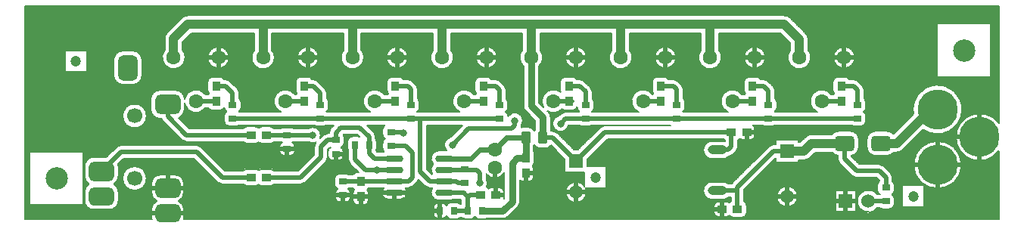
<source format=gtl>
G04 Layer_Physical_Order=1*
G04 Layer_Color=255*
%FSLAX24Y24*%
%MOIN*%
G70*
G01*
G75*
%ADD10C,0.0079*%
%ADD11C,0.0472*%
G04:AMPARAMS|DCode=12|XSize=28mil|YSize=35.8mil|CornerRadius=2.8mil|HoleSize=0mil|Usage=FLASHONLY|Rotation=270.000|XOffset=0mil|YOffset=0mil|HoleType=Round|Shape=RoundedRectangle|*
%AMROUNDEDRECTD12*
21,1,0.0280,0.0302,0,0,270.0*
21,1,0.0224,0.0358,0,0,270.0*
1,1,0.0056,-0.0151,-0.0112*
1,1,0.0056,-0.0151,0.0112*
1,1,0.0056,0.0151,0.0112*
1,1,0.0056,0.0151,-0.0112*
%
%ADD12ROUNDEDRECTD12*%
G04:AMPARAMS|DCode=13|XSize=41mil|YSize=36mil|CornerRadius=1.8mil|HoleSize=0mil|Usage=FLASHONLY|Rotation=90.000|XOffset=0mil|YOffset=0mil|HoleType=Round|Shape=RoundedRectangle|*
%AMROUNDEDRECTD13*
21,1,0.0410,0.0324,0,0,90.0*
21,1,0.0374,0.0360,0,0,90.0*
1,1,0.0036,0.0162,0.0187*
1,1,0.0036,0.0162,-0.0187*
1,1,0.0036,-0.0162,-0.0187*
1,1,0.0036,-0.0162,0.0187*
%
%ADD13ROUNDEDRECTD13*%
G04:AMPARAMS|DCode=14|XSize=28mil|YSize=35.8mil|CornerRadius=2.8mil|HoleSize=0mil|Usage=FLASHONLY|Rotation=0.000|XOffset=0mil|YOffset=0mil|HoleType=Round|Shape=RoundedRectangle|*
%AMROUNDEDRECTD14*
21,1,0.0280,0.0302,0,0,0.0*
21,1,0.0224,0.0358,0,0,0.0*
1,1,0.0056,0.0112,-0.0151*
1,1,0.0056,-0.0112,-0.0151*
1,1,0.0056,-0.0112,0.0151*
1,1,0.0056,0.0112,0.0151*
%
%ADD14ROUNDEDRECTD14*%
G04:AMPARAMS|DCode=15|XSize=41mil|YSize=36mil|CornerRadius=1.8mil|HoleSize=0mil|Usage=FLASHONLY|Rotation=180.000|XOffset=0mil|YOffset=0mil|HoleType=Round|Shape=RoundedRectangle|*
%AMROUNDEDRECTD15*
21,1,0.0410,0.0324,0,0,180.0*
21,1,0.0374,0.0360,0,0,180.0*
1,1,0.0036,-0.0187,0.0162*
1,1,0.0036,0.0187,0.0162*
1,1,0.0036,0.0187,-0.0162*
1,1,0.0036,-0.0187,-0.0162*
%
%ADD15ROUNDEDRECTD15*%
%ADD16O,0.0800X0.0295*%
G04:AMPARAMS|DCode=17|XSize=86.6mil|YSize=110.2mil|CornerRadius=21.7mil|HoleSize=0mil|Usage=FLASHONLY|Rotation=180.000|XOffset=0mil|YOffset=0mil|HoleType=Round|Shape=RoundedRectangle|*
%AMROUNDEDRECTD17*
21,1,0.0866,0.0669,0,0,180.0*
21,1,0.0433,0.1102,0,0,180.0*
1,1,0.0433,-0.0217,0.0335*
1,1,0.0433,0.0217,0.0335*
1,1,0.0433,0.0217,-0.0335*
1,1,0.0433,-0.0217,-0.0335*
%
%ADD17ROUNDEDRECTD17*%
G04:AMPARAMS|DCode=18|XSize=86.6mil|YSize=110.2mil|CornerRadius=21.7mil|HoleSize=0mil|Usage=FLASHONLY|Rotation=90.000|XOffset=0mil|YOffset=0mil|HoleType=Round|Shape=RoundedRectangle|*
%AMROUNDEDRECTD18*
21,1,0.0866,0.0669,0,0,90.0*
21,1,0.0433,0.1102,0,0,90.0*
1,1,0.0433,0.0335,0.0217*
1,1,0.0433,0.0335,-0.0217*
1,1,0.0433,-0.0335,-0.0217*
1,1,0.0433,-0.0335,0.0217*
%
%ADD18ROUNDEDRECTD18*%
G04:AMPARAMS|DCode=19|XSize=78.7mil|YSize=110.2mil|CornerRadius=19.7mil|HoleSize=0mil|Usage=FLASHONLY|Rotation=90.000|XOffset=0mil|YOffset=0mil|HoleType=Round|Shape=RoundedRectangle|*
%AMROUNDEDRECTD19*
21,1,0.0787,0.0709,0,0,90.0*
21,1,0.0394,0.1102,0,0,90.0*
1,1,0.0394,0.0354,0.0197*
1,1,0.0394,0.0354,-0.0197*
1,1,0.0394,-0.0354,-0.0197*
1,1,0.0394,-0.0354,0.0197*
%
%ADD19ROUNDEDRECTD19*%
G04:AMPARAMS|DCode=20|XSize=55.1mil|YSize=41.3mil|CornerRadius=10.3mil|HoleSize=0mil|Usage=FLASHONLY|Rotation=270.000|XOffset=0mil|YOffset=0mil|HoleType=Round|Shape=RoundedRectangle|*
%AMROUNDEDRECTD20*
21,1,0.0551,0.0207,0,0,270.0*
21,1,0.0344,0.0413,0,0,270.0*
1,1,0.0207,-0.0103,-0.0172*
1,1,0.0207,-0.0103,0.0172*
1,1,0.0207,0.0103,0.0172*
1,1,0.0207,0.0103,-0.0172*
%
%ADD20ROUNDEDRECTD20*%
%ADD21O,0.0846X0.0394*%
G04:AMPARAMS|DCode=22|XSize=279.5mil|YSize=218.5mil|CornerRadius=10.9mil|HoleSize=0mil|Usage=FLASHONLY|Rotation=180.000|XOffset=0mil|YOffset=0mil|HoleType=Round|Shape=RoundedRectangle|*
%AMROUNDEDRECTD22*
21,1,0.2795,0.1967,0,0,180.0*
21,1,0.2577,0.2185,0,0,180.0*
1,1,0.0219,-0.1288,0.0983*
1,1,0.0219,0.1288,0.0983*
1,1,0.0219,0.1288,-0.0983*
1,1,0.0219,-0.1288,-0.0983*
%
%ADD22ROUNDEDRECTD22*%
G04:AMPARAMS|DCode=23|XSize=86.6mil|YSize=68.9mil|CornerRadius=17.2mil|HoleSize=0mil|Usage=FLASHONLY|Rotation=180.000|XOffset=0mil|YOffset=0mil|HoleType=Round|Shape=RoundedRectangle|*
%AMROUNDEDRECTD23*
21,1,0.0866,0.0344,0,0,180.0*
21,1,0.0522,0.0689,0,0,180.0*
1,1,0.0344,-0.0261,0.0172*
1,1,0.0344,0.0261,0.0172*
1,1,0.0344,0.0261,-0.0172*
1,1,0.0344,-0.0261,-0.0172*
%
%ADD23ROUNDEDRECTD23*%
%ADD24C,0.0197*%
%ADD25C,0.0236*%
%ADD26C,0.0394*%
%ADD27C,0.0295*%
%ADD28C,0.0630*%
%ADD29C,0.0669*%
%ADD30R,0.0600X0.0600*%
%ADD31C,0.0600*%
%ADD32R,0.0600X0.0600*%
%ADD33C,0.1772*%
%ADD34C,0.0984*%
%ADD35C,0.0315*%
D10*
X45532Y37362D02*
G03*
X45532Y37362I-472J0D01*
G01*
X43602D02*
G03*
X43484Y37689I-512J0D01*
G01*
Y38150D02*
G03*
X43369Y38428I-394J0D01*
G01*
X43484Y38150D02*
G03*
X43369Y38428I-394J0D01*
G01*
X42700Y39097D02*
G03*
X42421Y39213I-278J-278D01*
G01*
X42700Y39097D02*
G03*
X42421Y39213I-278J-278D01*
G01*
X42697Y37689D02*
G03*
X43602Y37362I394J-327D01*
G01*
X41594D02*
G03*
X41594Y37362I-472J0D01*
G01*
X46026Y35387D02*
G03*
X45945Y35560I-225J0D01*
G01*
X50256Y35069D02*
G03*
X48111Y34859I-1083J0D01*
G01*
X45916Y34970D02*
G03*
X46026Y35164I-115J193D01*
G01*
Y34777D02*
G03*
X45916Y34970I-225J0D01*
G01*
X45288Y36398D02*
G03*
X45103Y36504I-186J-108D01*
G01*
X44779D02*
G03*
X44564Y36290I0J-215D01*
G01*
X45691Y36312D02*
G03*
X45482Y36398I-209J-209D01*
G01*
X45691Y36312D02*
G03*
X45482Y36398I-209J-209D01*
G01*
X41724Y36312D02*
G03*
X41515Y36398I-209J-209D01*
G01*
X41724Y36312D02*
G03*
X41515Y36398I-209J-209D01*
G01*
X41371D02*
G03*
X41186Y36504I-186J-108D01*
G01*
X40862D02*
G03*
X40647Y36290I0J-215D01*
G01*
X45945Y35935D02*
G03*
X45858Y36144I-295J0D01*
G01*
X45945Y35935D02*
G03*
X45858Y36144I-295J0D01*
G01*
X44564Y35916D02*
G03*
X44623Y35768I215J0D01*
G01*
X44493Y35728D02*
G03*
X43878Y34961I-418J-295D01*
G01*
X44623Y35768D02*
G03*
X44594Y35728I156J-148D01*
G01*
X42028Y35886D02*
G03*
X41941Y36095I-295J0D01*
G01*
X42028Y35886D02*
G03*
X41941Y36095I-295J0D01*
G01*
X40647Y35916D02*
G03*
X40706Y35768I215J0D01*
G01*
D02*
G03*
X40676Y35728I156J-148D01*
G01*
X41998Y34970D02*
G03*
X42108Y35164I-115J193D01*
G01*
Y35387D02*
G03*
X42028Y35560I-225J0D01*
G01*
X39665Y37362D02*
G03*
X39547Y37689I-512J0D01*
G01*
X35728Y37362D02*
G03*
X35610Y37689I-512J0D01*
G01*
X38760D02*
G03*
X39665Y37362I394J-327D01*
G01*
X37657D02*
G03*
X37657Y37362I-472J0D01*
G01*
X37748Y36312D02*
G03*
X37539Y36398I-209J-209D01*
G01*
X37748Y36312D02*
G03*
X37539Y36398I-209J-209D01*
G01*
X37326D02*
G03*
X37140Y36504I-186J-108D01*
G01*
X34823Y37689D02*
G03*
X35728Y37362I394J-327D01*
G01*
X36816Y36504D02*
G03*
X36602Y36290I0J-215D01*
G01*
X31791Y37362D02*
G03*
X31673Y37689I-512J0D01*
G01*
X33720Y37362D02*
G03*
X33720Y37362I-472J0D01*
G01*
X33624Y36312D02*
G03*
X33415Y36398I-209J-209D01*
G01*
X33624Y36312D02*
G03*
X33415Y36398I-209J-209D01*
G01*
X33281D02*
G03*
X33095Y36504I-186J-108D01*
G01*
X32771D02*
G03*
X32556Y36290I0J-215D01*
G01*
X31624Y36984D02*
G03*
X31791Y37362I-344J379D01*
G01*
X30886Y37689D02*
G03*
X30935Y36984I394J-327D01*
G01*
X29923Y36312D02*
G03*
X29714Y36398I-209J-209D01*
G01*
X29923Y36312D02*
G03*
X29714Y36398I-209J-209D01*
G01*
X37982Y35955D02*
G03*
X37896Y36164I-295J0D01*
G01*
X37982Y35955D02*
G03*
X37896Y36164I-295J0D01*
G01*
X36602Y35916D02*
G03*
X36661Y35768I215J0D01*
G01*
D02*
G03*
X36631Y35728I156J-148D01*
G01*
X33967Y35846D02*
G03*
X33880Y36055I-295J0D01*
G01*
X33967Y35846D02*
G03*
X33880Y36055I-295J0D01*
G01*
X32556Y35916D02*
G03*
X32569Y35844I215J0D01*
G01*
X40556Y35728D02*
G03*
X39941Y34961I-418J-295D01*
G01*
X38063Y35387D02*
G03*
X37982Y35560I-225J0D01*
G01*
X36619Y35728D02*
G03*
X36004Y34961I-418J-295D01*
G01*
X37953Y34970D02*
G03*
X38063Y35164I-115J193D01*
G01*
X34047Y35387D02*
G03*
X33967Y35560I-225J0D01*
G01*
X33095Y35031D02*
G03*
X33295Y35168I0J215D01*
G01*
X33937Y34970D02*
G03*
X34047Y35164I-115J193D01*
G01*
X33295D02*
G03*
X33405Y34970I225J0D01*
G01*
X32634Y35080D02*
G03*
X32771Y35031I137J166D01*
G01*
X32795Y34961D02*
G03*
X32587Y34874I0J-295D01*
G01*
X32795Y34961D02*
G03*
X32587Y34874I0J-295D01*
G01*
X30177Y35935D02*
G03*
X30091Y36144I-295J0D01*
G01*
X30177Y35935D02*
G03*
X30091Y36144I-295J0D01*
G01*
X30258Y35387D02*
G03*
X30177Y35560I-225J0D01*
G01*
X32136Y34715D02*
G03*
X32035Y34958I-344J0D01*
G01*
X32136Y34715D02*
G03*
X32035Y34958I-344J0D01*
G01*
X32569Y35844D02*
G03*
X31827Y35166I-305J-411D01*
G01*
X31996Y34997D02*
G03*
X32634Y35080I267J436D01*
G01*
X30935Y35226D02*
G03*
X31036Y34983I344J0D01*
G01*
X30935Y35226D02*
G03*
X31036Y34983I344J0D01*
G01*
X30915Y34577D02*
G03*
X30258Y34760I-354J0D01*
G01*
X30148Y34970D02*
G03*
X30258Y35164I-115J193D01*
G01*
Y34777D02*
G03*
X30148Y34970I-225J0D01*
G01*
X30856Y34381D02*
G03*
X30915Y34577I-295J196D01*
G01*
X48550Y34184D02*
G03*
X50256Y35069I624J885D01*
G01*
X47236Y33983D02*
G03*
X46954Y34114I-282J-238D01*
G01*
X51870Y34458D02*
G03*
X51870Y33239I-846J-610D01*
G01*
X50217Y32628D02*
G03*
X50217Y32628I-1043J0D01*
G01*
X47382Y33179D02*
G03*
X47660Y33294I0J394D01*
G01*
X47382Y33179D02*
G03*
X47660Y33294I0J394D01*
G01*
X46954Y33031D02*
G03*
X47249Y33179I0J369D01*
G01*
X46813Y32561D02*
G03*
X46604Y32648I-209J-209D01*
G01*
X46813Y32561D02*
G03*
X46604Y32648I-209J-209D01*
G01*
X45801Y34329D02*
G03*
X46026Y34554I0J225D01*
G01*
X46432Y34114D02*
G03*
X46063Y33745I0J-369D01*
G01*
X45369Y34370D02*
G03*
X45498Y34329I130J183D01*
G01*
X45709Y33745D02*
G03*
X45340Y34114I-369J0D01*
G01*
X44818D02*
G03*
X44523Y33967I0J-369D01*
G01*
X43632D02*
G03*
X43354Y33851I0J-394D01*
G01*
X43632Y33967D02*
G03*
X43354Y33851I0J-394D01*
G01*
X46063Y33401D02*
G03*
X46432Y33031I369J0D01*
G01*
X45374Y33033D02*
G03*
X45709Y33401I-34J367D01*
G01*
X44523Y33179D02*
G03*
X44783Y33033I295J221D01*
G01*
X43287Y32835D02*
G03*
X43566Y32950I0J394D01*
G01*
X43287Y32835D02*
G03*
X43566Y32950I0J394D01*
G01*
X44783Y32884D02*
G03*
X44870Y32675I295J0D01*
G01*
X44783Y32884D02*
G03*
X44870Y32675I295J0D01*
G01*
X47195Y32057D02*
G03*
X47108Y32266I-295J0D01*
G01*
X47195Y32057D02*
G03*
X47108Y32266I-295J0D01*
G01*
X47276Y31736D02*
G03*
X47195Y31908I-225J0D01*
G01*
X47166Y31319D02*
G03*
X47276Y31512I-115J193D01*
G01*
Y31126D02*
G03*
X47166Y31319I-225J0D01*
G01*
X46606Y30728D02*
G03*
X46748Y30677I143J174D01*
G01*
X47051D02*
G03*
X47276Y30902I0J225D01*
G01*
X46604Y31908D02*
G03*
X46524Y31736I144J-173D01*
G01*
Y31512D02*
G03*
X46633Y31319I225J0D01*
G01*
X45401Y32144D02*
G03*
X45610Y32057I209J209D01*
G01*
X45401Y32144D02*
G03*
X45610Y32057I209J209D01*
G01*
X46528Y31319D02*
G03*
X46528Y30728I-400J-295D01*
G01*
X41883Y34329D02*
G03*
X42013Y34370I0J225D01*
G01*
X41451D02*
G03*
X41581Y34329I130J183D01*
G01*
X41130Y34227D02*
G03*
X41056Y34370I-175J0D01*
G01*
X40955Y33728D02*
G03*
X41130Y33903I0J175D01*
G01*
X40459Y33777D02*
G03*
X40581Y33728I122J126D01*
G01*
X40393Y33718D02*
G03*
X40459Y33777I-108J186D01*
G01*
X33822Y34329D02*
G03*
X33952Y34370I0J225D01*
G01*
X34518Y34360D02*
G03*
X34309Y34274I0J-295D01*
G01*
X34518Y34360D02*
G03*
X34309Y34274I0J-295D01*
G01*
X39743Y33770D02*
G03*
X39803Y33718I168J133D01*
G01*
Y33661D02*
G03*
X39705Y33673I-98J-381D01*
G01*
X41949Y33524D02*
G03*
X41740Y33437I0J-295D01*
G01*
X41949Y33524D02*
G03*
X41740Y33437I0J-295D01*
G01*
X40307Y33226D02*
G03*
X40393Y33435I-209J209D01*
G01*
X40307Y33226D02*
G03*
X40393Y33435I-209J209D01*
G01*
X39252Y33673D02*
G03*
X39252Y32886I0J-394D01*
G01*
X39966Y32985D02*
G03*
X40152Y33071I-23J294D01*
G01*
X39966Y32985D02*
G03*
X40152Y33071I-23J294D01*
G01*
X39705Y32886D02*
G03*
X39966Y32985I0J394D01*
G01*
X33390Y34370D02*
G03*
X33520Y34329I130J183D01*
G01*
X32499Y34786D02*
G03*
X32916Y34369I70J-347D01*
G01*
X32433Y34028D02*
G03*
X32224Y34114I-209J-209D01*
G01*
X32433Y34028D02*
G03*
X32224Y34114I-209J-209D01*
G01*
X31417Y34121D02*
G03*
X31147Y34291I-271J-130D01*
G01*
X30840Y34274D02*
G03*
X30856Y34370I-279J96D01*
G01*
X30840Y34274D02*
G03*
X30856Y34370I-279J96D01*
G01*
X32169Y34114D02*
G03*
X32136Y34170I-274J-123D01*
G01*
X30940Y34291D02*
G03*
X30840Y34274I0J-300D01*
G01*
X31447Y34170D02*
G03*
X31417Y34121I241J-179D01*
G01*
X31895Y33346D02*
G03*
X32145Y33481I0J300D01*
G01*
X31417Y33517D02*
G03*
X31688Y33346I271J130D01*
G01*
X31388Y33468D02*
G03*
X31417Y33517I-241J179D01*
G01*
X31331Y32572D02*
G03*
X31420Y32746I-126J174D01*
G01*
Y33120D02*
G03*
X31388Y33234I-215J0D01*
G01*
X40156Y31853D02*
G03*
X40102Y31780I209J-209D01*
G01*
X40156Y31853D02*
G03*
X40102Y31780I209J-209D01*
G01*
X39965D02*
G03*
X39705Y31878I-260J-295D01*
G01*
X43007Y31228D02*
G03*
X43007Y31228I-457J0D01*
G01*
X40766Y30831D02*
G03*
X40660Y31017I-215J0D01*
G01*
X40551Y30293D02*
G03*
X40766Y30507I0J215D01*
G01*
X40004Y30381D02*
G03*
X40178Y30293I174J126D01*
G01*
X39705Y31091D02*
G03*
X39965Y31189I0J394D01*
G01*
X40069Y31017D02*
G03*
X40004Y30957I108J-186D01*
G01*
D02*
G03*
X39881Y31007I-122J-126D01*
G01*
X39252Y31878D02*
G03*
X39252Y31091I0J-394D01*
G01*
X39881Y30332D02*
G03*
X40004Y30381I0J175D01*
G01*
X39508Y31007D02*
G03*
X39332Y30831I0J-175D01*
G01*
Y30507D02*
G03*
X39508Y30332I175J0D01*
G01*
X31381Y32450D02*
G03*
X31331Y32572I-175J0D01*
G01*
X31205Y31901D02*
G03*
X31381Y32076I0J175D01*
G01*
X30778Y31935D02*
G03*
X30881Y31901I104J141D01*
G01*
X33706Y31417D02*
G03*
X33666Y31604I-457J0D01*
G01*
X33632Y31666D02*
G03*
X33706Y31417I-384J-249D01*
G01*
X30067Y31451D02*
G03*
X29892Y31627I-175J0D01*
G01*
X30677Y30760D02*
G03*
X30778Y31004I-244J244D01*
G01*
X30677Y30760D02*
G03*
X30778Y31004I-244J244D01*
G01*
X30030Y30256D02*
G03*
X30273Y30357I0J344D01*
G01*
X30030Y30256D02*
G03*
X30273Y30357I0J344D01*
G01*
X29783Y37362D02*
G03*
X29783Y37362I-472J0D01*
G01*
X27864D02*
G03*
X27746Y37689I-512J0D01*
G01*
X26959D02*
G03*
X27864Y37362I394J-327D01*
G01*
X23917D02*
G03*
X23799Y37689I-512J0D01*
G01*
X25846Y37362D02*
G03*
X25846Y37362I-472J0D01*
G01*
X23012Y37689D02*
G03*
X23917Y37362I394J-327D01*
G01*
X21919D02*
G03*
X21919Y37362I-472J0D01*
G01*
X29521Y36398D02*
G03*
X29335Y36504I-186J-108D01*
G01*
X29011D02*
G03*
X28796Y36290I0J-215D01*
G01*
Y35916D02*
G03*
X28856Y35768I215J0D01*
G01*
D02*
G03*
X28826Y35728I156J-148D01*
G01*
X26055Y36312D02*
G03*
X25846Y36398I-209J-209D01*
G01*
X26055Y36312D02*
G03*
X25846Y36398I-209J-209D01*
G01*
X26280Y35965D02*
G03*
X26193Y36173I-295J0D01*
G01*
X25643Y36398D02*
G03*
X25457Y36504I-186J-108D01*
G01*
X25133D02*
G03*
X24918Y36290I0J-215D01*
G01*
X26280Y35965D02*
G03*
X26193Y36173I-295J0D01*
G01*
X24918Y35916D02*
G03*
X24978Y35768I215J0D01*
G01*
X28745Y35728D02*
G03*
X28130Y34961I-418J-295D01*
G01*
X26360Y35387D02*
G03*
X26280Y35560I-225J0D01*
G01*
X24978Y35768D02*
G03*
X24948Y35728I156J-148D01*
G01*
X26250Y34970D02*
G03*
X26360Y35164I-115J193D01*
G01*
X24808Y35728D02*
G03*
X24193Y34961I-418J-295D01*
G01*
X24828Y34370D02*
G03*
X24732Y34186I130J-184D01*
G01*
X21882Y36312D02*
G03*
X21673Y36398I-209J-209D01*
G01*
X21882Y36312D02*
G03*
X21673Y36398I-209J-209D01*
G01*
X22283Y35787D02*
G03*
X22197Y35996I-295J0D01*
G01*
X22283Y35787D02*
G03*
X22197Y35996I-295J0D01*
G01*
X21627Y36398D02*
G03*
X21441Y36504I-186J-108D01*
G01*
X21118D02*
G03*
X20903Y36290I0J-215D01*
G01*
X22364Y35387D02*
G03*
X22283Y35560I-225J0D01*
G01*
X20962Y35768D02*
G03*
X20932Y35728I156J-148D01*
G01*
X22254Y34970D02*
G03*
X22364Y35164I-115J193D01*
G01*
X21707Y34370D02*
G03*
X21837Y34329I130J183D01*
G01*
X20903Y35916D02*
G03*
X20962Y35768I215J0D01*
G01*
X20871Y35728D02*
G03*
X20256Y34961I-418J-295D01*
G01*
X22139Y34329D02*
G03*
X22269Y34370I0J225D01*
G01*
X20813Y34232D02*
G03*
X20683Y34274I-130J-183D01*
G01*
X20380D02*
G03*
X20251Y34232I0J-225D01*
G01*
X16161Y39213D02*
G03*
X15883Y39097I0J-394D01*
G01*
X16161Y39213D02*
G03*
X15883Y39097I0J-394D01*
G01*
X15253Y38467D02*
G03*
X15138Y38189I278J-278D01*
G01*
X15253Y38467D02*
G03*
X15138Y38189I278J-278D01*
G01*
X16043Y37362D02*
G03*
X15925Y37689I-512J0D01*
G01*
X19980Y37352D02*
G03*
X19862Y37679I-512J0D01*
G01*
X19075D02*
G03*
X19980Y37352I394J-327D01*
G01*
X17972Y37362D02*
G03*
X17972Y37362I-472J0D01*
G01*
X17749Y36398D02*
G03*
X17564Y36504I-186J-108D01*
G01*
X17240D02*
G03*
X17025Y36290I0J-215D01*
G01*
X15138Y37689D02*
G03*
X16043Y37362I394J-327D01*
G01*
X14144Y37244D02*
G03*
X13730Y37657I-413J0D01*
G01*
X13297D02*
G03*
X12884Y37244I0J-413D01*
G01*
X13730Y36161D02*
G03*
X14144Y36575I0J413D01*
G01*
X12884D02*
G03*
X13297Y36161I413J0D01*
G01*
X18023Y36312D02*
G03*
X17815Y36398I-209J-209D01*
G01*
X18425Y35787D02*
G03*
X18339Y35996I-295J0D01*
G01*
X18425Y35787D02*
G03*
X18339Y35996I-295J0D01*
G01*
X18506Y35387D02*
G03*
X18425Y35560I-225J0D01*
G01*
X18023Y36312D02*
G03*
X17815Y36398I-209J-209D01*
G01*
X17025Y35916D02*
G03*
X17084Y35768I215J0D01*
G01*
X16934Y35728D02*
G03*
X16013Y35531I-418J-295D01*
G01*
X17084Y35768D02*
G03*
X17054Y35728I156J-148D01*
G01*
X18396Y34970D02*
G03*
X18506Y35164I-115J193D01*
G01*
X19420Y34314D02*
G03*
X19272Y34255I0J-215D01*
G01*
X18281Y34329D02*
G03*
X18411Y34370I0J225D01*
G01*
X17755Y35147D02*
G03*
X17864Y34970I224J16D01*
G01*
D02*
G03*
X17754Y34777I115J-193D01*
G01*
Y34554D02*
G03*
X17979Y34329I225J0D01*
G01*
X19272Y34255D02*
G03*
X19124Y34314I-148J-156D01*
G01*
X19962Y34232D02*
G03*
X19794Y34314I-168J-133D01*
G01*
X18750D02*
G03*
X18581Y34232I0J-215D01*
G01*
X17564Y35031D02*
G03*
X17755Y35147I0J215D01*
G01*
X17054Y35138D02*
G03*
X17240Y35031I186J108D01*
G01*
X16014Y35333D02*
G03*
X16934Y35138I502J100D01*
G01*
X16013Y35531D02*
G03*
X15600Y35925I-413J-19D01*
G01*
X14931D02*
G03*
X14518Y35512I0J-413D01*
G01*
X15753Y34694D02*
G03*
X16014Y35079I-152J384D01*
G01*
X14987Y34665D02*
G03*
X15057Y34555I278J98D01*
G01*
X14518Y35079D02*
G03*
X14931Y34665I413J0D01*
G01*
X14987D02*
G03*
X15057Y34555I278J98D01*
G01*
X14341Y34783D02*
G03*
X14341Y34783I-531J0D01*
G01*
D02*
G03*
X14341Y34783I-531J0D01*
G01*
X27735Y33851D02*
G03*
X27560Y33248I70J-347D01*
G01*
X24842Y33770D02*
G03*
X24732Y33577I115J-193D01*
G01*
Y33963D02*
G03*
X24842Y33770I225J0D01*
G01*
X24470Y33655D02*
G03*
X24429Y33785I-225J0D01*
G01*
X27204Y33248D02*
G03*
X26967Y32654I0J-344D01*
G01*
D02*
G03*
X26919Y32209I237J-250D01*
G01*
X29360Y31821D02*
G03*
X29301Y32017I-354J0D01*
G01*
Y32221D02*
G03*
X30089Y32281I374J289D01*
G01*
X24444Y33247D02*
G03*
X24470Y33353I-198J106D01*
G01*
X24732Y33353D02*
G03*
X24793Y33199I225J0D01*
G01*
X26242Y31858D02*
G03*
X26315Y31978I-209J209D01*
G01*
X26242Y31858D02*
G03*
X26315Y31978I-209J209D01*
G01*
X24429Y33868D02*
G03*
X24343Y34077I-295J0D01*
G01*
X24429Y33868D02*
G03*
X24343Y34077I-295J0D01*
G01*
X23722Y33863D02*
G03*
X23636Y33880I-86J-208D01*
G01*
X23412D02*
G03*
X23187Y33655I0J-225D01*
G01*
Y33353D02*
G03*
X23228Y33223I225J0D01*
G01*
X22459Y34254D02*
G03*
X22372Y34045I209J-209D01*
G01*
X23043Y33832D02*
G03*
X23002Y33962I-225J0D01*
G01*
X22459Y34254D02*
G03*
X22372Y34045I209J-209D01*
G01*
X22323Y34016D02*
G03*
X22114Y33929I0J-295D01*
G01*
X22323Y34016D02*
G03*
X22114Y33929I0J-295D01*
G01*
X22887Y33394D02*
G03*
X23043Y33609I-69J214D01*
G01*
X23004Y33222D02*
G03*
X22887Y33394I-185J0D01*
G01*
X22448D02*
G03*
X22331Y33222I69J-172D01*
G01*
X23228Y32854D02*
G03*
X23315Y32645I295J0D01*
G01*
X23228Y32854D02*
G03*
X23315Y32645I295J0D01*
G01*
X23608Y32292D02*
G03*
X23422Y32185I0J-215D01*
G01*
X23263D02*
G03*
X23133Y32226I-129J-184D01*
G01*
X22819Y32813D02*
G03*
X23004Y32999I0J185D01*
G01*
X22331D02*
G03*
X22516Y32813I185J0D01*
G01*
X22831Y32226D02*
G03*
X22606Y32001I0J-225D01*
G01*
X29518Y31627D02*
G03*
X29396Y31577I0J-175D01*
G01*
X29314Y31646D02*
G03*
X29360Y31821I-308J175D01*
G01*
X29396Y31577D02*
G03*
X29314Y31646I-174J-126D01*
G01*
X26598Y31695D02*
G03*
X26807Y31608I209J209D01*
G01*
X26598Y31695D02*
G03*
X26807Y31608I209J209D01*
G01*
X25870D02*
G03*
X26079Y31695I0J295D01*
G01*
X25870Y31608D02*
G03*
X26079Y31695I0J295D01*
G01*
X25813Y31404D02*
G03*
X25735Y31608I-305J0D01*
G01*
X25508Y31098D02*
G03*
X25813Y31404I0J305D01*
G01*
X24777Y31608D02*
G03*
X25004Y31098I226J-205D01*
G01*
X28210Y30305D02*
G03*
X28382Y30224I173J144D01*
G01*
X28799Y30334D02*
G03*
X28992Y30224I193J115D01*
G01*
X28606D02*
G03*
X28799Y30334I0J225D01*
G01*
X28158Y30896D02*
G03*
X27986Y30976I-173J-144D01*
G01*
X29216Y30224D02*
G03*
X29331Y30256I0J225D01*
G01*
X27986Y30224D02*
G03*
X28158Y30305I0J225D01*
G01*
X27708Y31059D02*
G03*
X27886Y31108I0J344D01*
G01*
X27762Y30976D02*
G03*
X27548Y30820I0J-225D01*
G01*
D02*
G03*
X27376Y30937I-172J-69D01*
G01*
X26926Y31608D02*
G03*
X27204Y31059I277J-205D01*
G01*
X27152Y30937D02*
G03*
X26967Y30752I0J-185D01*
G01*
X27376Y30264D02*
G03*
X27548Y30381I0J185D01*
G01*
D02*
G03*
X27762Y30224I214J69D01*
G01*
X26967Y30449D02*
G03*
X27152Y30264I185J0D01*
G01*
X24058Y31529D02*
G03*
X24124Y31608I-126J174D01*
G01*
X24107Y31407D02*
G03*
X24058Y31529I-175J0D01*
G01*
X23422Y31595D02*
G03*
X23482Y31529I186J108D01*
G01*
D02*
G03*
X23432Y31407I126J-122D01*
G01*
X23202Y31564D02*
G03*
X23264Y31595I-69J214D01*
G01*
X22606Y31778D02*
G03*
X22763Y31564I225J0D01*
G01*
X23319Y31391D02*
G03*
X23202Y31564I-185J0D01*
G01*
X22763D02*
G03*
X22646Y31391I69J-172D01*
G01*
X23932Y30858D02*
G03*
X24107Y31033I0J175D01*
G01*
X23133Y30982D02*
G03*
X23319Y31168I0J185D01*
G01*
X22646D02*
G03*
X22831Y30982I185J0D01*
G01*
X23432Y31033D02*
G03*
X23608Y30858I175J0D01*
G01*
X21977Y33792D02*
G03*
X22008Y33937I-323J145D01*
G01*
X21799Y33614D02*
G03*
X21722Y33415I218J-199D01*
G01*
X22008Y33937D02*
G03*
X21458Y34232I-354J0D01*
G01*
X20751Y33611D02*
G03*
X20813Y33642I-69J214D01*
G01*
X21799Y33614D02*
G03*
X21722Y33415I218J-199D01*
G01*
X21458Y33642D02*
G03*
X21799Y33614I196J295D01*
G01*
X20868Y33439D02*
G03*
X20751Y33611I-185J0D01*
G01*
X20250Y33642D02*
G03*
X20312Y33611I130J183D01*
G01*
D02*
G03*
X20195Y33439I69J-172D01*
G01*
X19794Y33560D02*
G03*
X19962Y33642I0J215D01*
G01*
X19272Y33619D02*
G03*
X19420Y33560I148J156D01*
G01*
X19124D02*
G03*
X19272Y33619I0J215D01*
G01*
X18581Y33642D02*
G03*
X18750Y33560I168J133D01*
G01*
X16744Y33408D02*
G03*
X16535Y33494I-209J-209D01*
G01*
X16744Y33408D02*
G03*
X16535Y33494I-209J-209D01*
G01*
X22227Y32744D02*
G03*
X22313Y32953I-209J209D01*
G01*
X22227Y32744D02*
G03*
X22313Y32953I-209J209D01*
G01*
X20683Y33030D02*
G03*
X20868Y33215I0J185D01*
G01*
X20195D02*
G03*
X20380Y33030I185J0D01*
G01*
X19962Y32362D02*
G03*
X19794Y32444I-168J-133D01*
G01*
X19420D02*
G03*
X19272Y32385I0J-215D01*
G01*
D02*
G03*
X19124Y32444I-148J-156D01*
G01*
X18750D02*
G03*
X18581Y32362I0J-215D01*
G01*
X15884Y33728D02*
G03*
X16093Y33642I209J209D01*
G01*
X15884Y33728D02*
G03*
X16093Y33642I209J209D01*
G01*
X13209Y33494D02*
G03*
X13000Y33408I0J-295D01*
G01*
X13209Y33494D02*
G03*
X13000Y33408I0J-295D01*
G01*
X13100Y32559D02*
G03*
X13088Y32660I-413J0D01*
G01*
X12018Y32972D02*
G03*
X11604Y32559I0J-413D01*
G01*
X14341Y32028D02*
G03*
X14341Y32028I-531J0D01*
G01*
D02*
G03*
X14341Y32028I-531J0D01*
G01*
X21132Y31772D02*
G03*
X21341Y31858I0J295D01*
G01*
X15974Y31811D02*
G03*
X15600Y32185I-374J0D01*
G01*
X21132Y31772D02*
G03*
X21341Y31858I0J295D01*
G01*
X19272Y31749D02*
G03*
X19420Y31690I148J156D01*
G01*
X17459Y31858D02*
G03*
X17667Y31772I209J209D01*
G01*
X17459Y31858D02*
G03*
X17667Y31772I209J209D01*
G01*
X14931Y32185D02*
G03*
X14557Y31811I0J-374D01*
G01*
X19124Y31690D02*
G03*
X19272Y31749I0J215D01*
G01*
X18581Y31772D02*
G03*
X18750Y31690I168J133D01*
G01*
X19794D02*
G03*
X19962Y31772I0J215D01*
G01*
X14557Y31378D02*
G03*
X14803Y31026I374J0D01*
G01*
X15974Y30689D02*
G03*
X15728Y31026I-354J0D01*
G01*
D02*
G03*
X15974Y31378I-128J352D01*
G01*
X15966Y30217D02*
G03*
X15974Y30295I-345J79D01*
G01*
X14803Y31026D02*
G03*
X14557Y30689I108J-337D01*
G01*
Y30295D02*
G03*
X14566Y30217I354J0D01*
G01*
X12907Y31776D02*
G03*
X13100Y32126I-220J350D01*
G01*
X11604D02*
G03*
X11798Y31776I413J0D01*
G01*
X13100Y31437D02*
G03*
X12907Y31776I-394J0D01*
G01*
X11798D02*
G03*
X11604Y31437I200J-339D01*
G01*
X12707Y30650D02*
G03*
X13100Y31043I0J394D01*
G01*
X11604D02*
G03*
X11998Y30650I394J0D01*
G01*
X51516Y38327D02*
X51870D01*
X51516Y38268D02*
X51870D01*
X51516Y38386D02*
X51870D01*
X51516Y38150D02*
X51870D01*
X51516Y38209D02*
X51870D01*
X51516Y38740D02*
X51870D01*
X51516Y38681D02*
X51870D01*
X51516Y38799D02*
X51870D01*
X51516Y38445D02*
X51870D01*
X51516Y38504D02*
X51870D01*
X51516Y37736D02*
X51870D01*
X51516Y37677D02*
X51870D01*
X51516Y37795D02*
X51870D01*
X51516Y37559D02*
X51870D01*
X51516Y37618D02*
X51870D01*
X51516Y38031D02*
X51870D01*
X51516Y37972D02*
X51870D01*
X51516Y38090D02*
X51870D01*
X51516Y37854D02*
X51870D01*
X51516Y37913D02*
X51870D01*
X51516Y38622D02*
X51870D01*
X51516Y38563D02*
X51870D01*
X49154Y38848D02*
X51516D01*
X43484Y38150D02*
X49154D01*
X43484Y37689D02*
Y38150D01*
Y38031D02*
X49154D01*
X43484Y37972D02*
X49154D01*
X43484Y38090D02*
X49154D01*
X43484Y37854D02*
X49154D01*
X43484Y37913D02*
X49154D01*
X45348Y37736D02*
X49154D01*
X45411Y37677D02*
X49154D01*
X45248Y37795D02*
X49154D01*
X45489Y37559D02*
X49154D01*
X45456Y37618D02*
X49154D01*
X43484Y37795D02*
X44870D01*
X43484Y37736D02*
X44770D01*
X43494Y37677D02*
X44707D01*
X43534Y37618D02*
X44662D01*
X43563Y37559D02*
X44630D01*
X51516Y37441D02*
X51870D01*
X51516Y37323D02*
X51870D01*
X51516Y37500D02*
X51870D01*
Y34458D02*
Y39626D01*
X51516Y36496D02*
Y38848D01*
X45525Y37441D02*
X49154D01*
X45531Y37382D02*
X49154D01*
X45511Y37500D02*
X49154D01*
X51516Y37382D02*
X51870D01*
X45530Y37323D02*
X49154D01*
X51516Y37205D02*
X51870D01*
X51516Y37146D02*
X51870D01*
X51516Y37264D02*
X51870D01*
X51516Y37027D02*
X51870D01*
X51516Y37087D02*
X51870D01*
X45521Y37264D02*
X49154D01*
X51516Y36968D02*
X51870D01*
X45320D02*
X49154D01*
X51516Y36909D02*
X51870D01*
X45194D02*
X49154D01*
Y36496D02*
Y38848D01*
X43583Y37500D02*
X44607D01*
X43596Y37441D02*
X44593D01*
X43602Y37382D02*
X44587D01*
X45504Y37205D02*
X49154D01*
X45479Y37146D02*
X49154D01*
X43601Y37323D02*
X44588D01*
X45392Y37027D02*
X49154D01*
X45443Y37087D02*
X49154D01*
X43578Y37205D02*
X44614D01*
X43593Y37264D02*
X44597D01*
X43522Y37087D02*
X44675D01*
X43554Y37146D02*
X44639D01*
X42880Y38917D02*
X51870D01*
X42939Y38858D02*
X51870D01*
X42998Y38799D02*
X49154D01*
X43116Y38681D02*
X49154D01*
X43057Y38740D02*
X49154D01*
X42629Y39153D02*
X51870D01*
X42703Y39094D02*
X51870D01*
X42429Y39213D02*
X51870D01*
X42821Y38976D02*
X51870D01*
X42762Y39035D02*
X51870D01*
X43442Y38327D02*
X49154D01*
X43466Y38268D02*
X49154D01*
X43406Y38386D02*
X49154D01*
X43480Y38209D02*
X49154D01*
X43234Y38563D02*
X49154D01*
X43293Y38504D02*
X49154D01*
X43175Y38622D02*
X49154D01*
X43352Y38445D02*
X49154D01*
X42700Y39097D02*
X43369Y38428D01*
X42258Y38425D02*
X42697Y37987D01*
X39547Y38268D02*
X42416D01*
X39173Y39213D02*
X42421D01*
X39547Y38386D02*
X42298D01*
X39547Y38425D02*
X42258D01*
X39547Y38209D02*
X42475D01*
X39547Y38327D02*
X42357D01*
X39547Y38090D02*
X42593D01*
X39547Y38031D02*
X42652D01*
X39547Y38150D02*
X42534D01*
X41311Y37795D02*
X42697D01*
X39547Y37972D02*
X42697D01*
X39547Y37854D02*
X42697D01*
X39547Y37913D02*
X42697D01*
X39547Y37795D02*
X40933D01*
X39547Y37736D02*
X40833D01*
X42697Y37689D02*
Y37987D01*
X41588Y37441D02*
X42585D01*
X41594Y37382D02*
X42579D01*
X41593Y37323D02*
X42580D01*
X41411Y37736D02*
X42697D01*
X41474Y37677D02*
X42687D01*
X41519Y37618D02*
X42647D01*
X41552Y37559D02*
X42618D01*
X41574Y37500D02*
X42598D01*
X41567Y37205D02*
X42604D01*
X43478Y37027D02*
X44726D01*
X41584Y37264D02*
X42588D01*
X43329Y36909D02*
X44924D01*
X43417Y36968D02*
X44798D01*
X41506Y37087D02*
X42659D01*
X41455Y37027D02*
X42703D01*
X41542Y37146D02*
X42627D01*
X41257Y36909D02*
X42852D01*
X41383Y36968D02*
X42764D01*
X39557Y37677D02*
X40770D01*
X39597Y37618D02*
X40725D01*
X39626Y37559D02*
X40693D01*
X39646Y37500D02*
X40670D01*
X39659Y37441D02*
X40656D01*
X39664Y37323D02*
X40651D01*
X39656Y37264D02*
X40660D01*
X39665Y37382D02*
X40650D01*
X39617Y37146D02*
X40702D01*
X39641Y37205D02*
X40677D01*
X39541Y37027D02*
X40789D01*
X39585Y37087D02*
X40738D01*
X39392Y36909D02*
X40987D01*
X39480Y36968D02*
X40861D01*
X51516Y36791D02*
X51870D01*
X51516Y36732D02*
X51870D01*
X51516Y36850D02*
X51870D01*
X51516Y36614D02*
X51870D01*
X51516Y36673D02*
X51870D01*
X49319Y36142D02*
X51870D01*
X49553Y36083D02*
X51870D01*
X51516Y36555D02*
X51870D01*
X49782Y35965D02*
X51870D01*
X49684Y36024D02*
X51870D01*
X50170Y35492D02*
X51870D01*
X50193Y35433D02*
X51870D01*
X50143Y35551D02*
X51870D01*
X50228Y35315D02*
X51870D01*
X50212Y35374D02*
X51870D01*
X49927Y35846D02*
X51870D01*
X49983Y35787D02*
X51870D01*
X49861Y35905D02*
X51870D01*
X50074Y35669D02*
X51870D01*
X50032Y35728D02*
X51870D01*
X49154Y36496D02*
X51516D01*
X45945Y35905D02*
X48486D01*
X45945Y35846D02*
X48420D01*
X45945Y35669D02*
X48272D01*
X45945Y35560D02*
Y35935D01*
X45905Y36083D02*
X48793D01*
X45931Y36024D02*
X48663D01*
X45943Y35965D02*
X48565D01*
X45945Y35787D02*
X48363D01*
X45945Y35728D02*
X48314D01*
X50111Y35610D02*
X51870D01*
X46026Y35374D02*
X48134D01*
X46026Y35315D02*
X48119D01*
X50240Y35256D02*
X51870D01*
X46026D02*
X48107D01*
X45945Y35610D02*
X48236D01*
X45955Y35551D02*
X48204D01*
X46000Y35492D02*
X48177D01*
X46021Y35433D02*
X48154D01*
X50256Y35079D02*
X51870D01*
X50255Y35020D02*
X51870D01*
X50254Y35138D02*
X51870D01*
X51487Y34783D02*
X51870D01*
X51340Y34842D02*
X51870D01*
X50250Y34961D02*
X51870D01*
X50243Y34902D02*
X51870D01*
X50248Y35197D02*
X51870D01*
X50232Y34842D02*
X50707D01*
X51590Y34724D02*
X51870D01*
X51673Y34665D02*
X51870D01*
X50218Y34783D02*
X50561D01*
X51798Y34547D02*
X51870D01*
X51741Y34606D02*
X51870D01*
X50200Y34724D02*
X50457D01*
X50178Y34665D02*
X50375D01*
X50152Y34606D02*
X50307D01*
X50122Y34547D02*
X50249D01*
X50087Y34488D02*
X50199D01*
X46026Y35197D02*
X48098D01*
X46024Y35138D02*
X48093D01*
X46026Y35164D02*
Y35387D01*
X46016Y34842D02*
X48095D01*
X46009Y35079D02*
X48091D01*
X45973Y35020D02*
X48092D01*
X45931Y34961D02*
X48096D01*
X45988Y34902D02*
X48104D01*
X46026Y34724D02*
X47977D01*
X46026Y34665D02*
X47918D01*
X46026Y34606D02*
X47859D01*
X50047Y34429D02*
X50157D01*
X46026Y34554D02*
Y34777D01*
X46026Y34783D02*
X48036D01*
X46026Y34547D02*
X47799D01*
X46016Y34488D02*
X47740D01*
X45988Y34429D02*
X47681D01*
X31624Y36732D02*
X49154D01*
X45163Y36496D02*
X51870D01*
X44779Y36504D02*
X45103D01*
X31624Y36791D02*
X49154D01*
X31624Y36673D02*
X49154D01*
X31624Y36850D02*
X49154D01*
X31624Y36555D02*
X49154D01*
X31624Y36614D02*
X49154D01*
X45742Y36260D02*
X51870D01*
X45802Y36201D02*
X51870D01*
X45683Y36319D02*
X51870D01*
X45861Y36142D02*
X49027D01*
X45691Y36312D02*
X45858Y36144D01*
X45259Y36437D02*
X51870D01*
X45589Y36378D02*
X51870D01*
X45288Y36398D02*
X45482D01*
X41245Y36496D02*
X44719D01*
X41342Y36437D02*
X44623D01*
X41371Y36398D02*
X41515D01*
X40862Y36504D02*
X41186D01*
X37200Y36496D02*
X40802D01*
X37297Y36437D02*
X40705D01*
X41835Y36201D02*
X44564D01*
X41894Y36142D02*
X44564D01*
X41776Y36260D02*
X44564D01*
X41993Y36024D02*
X44564D01*
X41952Y36083D02*
X44564D01*
X41623Y36378D02*
X44583D01*
X37646D02*
X40666D01*
X41717Y36319D02*
X44566D01*
X41724Y36312D02*
X41941Y36095D01*
X44564Y35916D02*
Y36290D01*
X44377Y35846D02*
X44576D01*
X42017Y35965D02*
X44564D01*
X44272Y35905D02*
X44564D01*
X42027D02*
X43878D01*
X42028Y35846D02*
X43773D01*
X44444Y35787D02*
X44607D01*
X44493Y35728D02*
X44594D01*
X42107Y35138D02*
X43657D01*
X42108Y35197D02*
X43621D01*
X42028Y35787D02*
X43705D01*
X42092Y35079D02*
X43706D01*
X42028Y35728D02*
X43657D01*
X42013Y34961D02*
X43878D01*
X42056Y35020D02*
X43773D01*
X42028Y35669D02*
X43621D01*
X42028Y35610D02*
X43595D01*
X42028Y35560D02*
Y35886D01*
X40507Y35787D02*
X40689D01*
X40440Y35846D02*
X40658D01*
X40556Y35728D02*
X40676D01*
X42108Y35374D02*
X43566D01*
X42108Y35315D02*
X43577D01*
X42104Y35433D02*
X43563D01*
X42108Y35256D02*
X43595D01*
X42108Y35164D02*
Y35387D01*
X42037Y35551D02*
X43577D01*
X42082Y35492D02*
X43566D01*
X35610Y38386D02*
X38760D01*
X35610Y38327D02*
X38760D01*
X35610Y38425D02*
X38760D01*
X39547Y37689D02*
Y38425D01*
X38760Y37689D02*
Y38425D01*
X35167Y39213D02*
X39173D01*
X35610Y38268D02*
X38760D01*
X35610Y38209D02*
X38760D01*
X35610Y38090D02*
X38760D01*
X35610Y38150D02*
X38760D01*
X37474Y37736D02*
X38760D01*
X37537Y37677D02*
X38750D01*
X37582Y37618D02*
X38710D01*
X37615Y37559D02*
X38681D01*
X35610Y37972D02*
X38760D01*
X35610Y37913D02*
X38760D01*
X35610Y38031D02*
X38760D01*
X37374Y37795D02*
X38760D01*
X35610Y37854D02*
X38760D01*
X35610Y37736D02*
X36896D01*
X35620Y37677D02*
X36833D01*
X35610Y37689D02*
Y38425D01*
X35660Y37618D02*
X36788D01*
X35689Y37559D02*
X36756D01*
X34823Y37689D02*
Y38425D01*
X35610Y37795D02*
X36996D01*
X33645Y37618D02*
X34773D01*
X33678Y37559D02*
X34744D01*
X37637Y37500D02*
X38661D01*
X37651Y37441D02*
X38648D01*
X37657Y37382D02*
X38642D01*
X37656Y37323D02*
X38643D01*
X35728Y37382D02*
X36713D01*
X35709Y37500D02*
X36733D01*
X35722Y37441D02*
X36719D01*
X33700Y37500D02*
X34724D01*
X33714Y37441D02*
X34711D01*
X33720Y37382D02*
X34705D01*
X37630Y37205D02*
X38667D01*
X37605Y37146D02*
X38690D01*
X37647Y37264D02*
X38651D01*
X37569Y37087D02*
X38722D01*
X37740Y36319D02*
X40649D01*
X40647Y35916D02*
Y36290D01*
X37748Y36312D02*
X37896Y36164D01*
X37446Y36968D02*
X38827D01*
X37320Y36909D02*
X38915D01*
X37518Y37027D02*
X38766D01*
X37326Y36398D02*
X37539D01*
X35719Y37264D02*
X36723D01*
X35703Y37205D02*
X36740D01*
X35727Y37323D02*
X36714D01*
X35648Y37087D02*
X36801D01*
X35680Y37146D02*
X36765D01*
X33710Y37264D02*
X34714D01*
X33693Y37205D02*
X34730D01*
X33719Y37323D02*
X34706D01*
X33668Y37146D02*
X34753D01*
X35543Y36968D02*
X36924D01*
X36816Y36504D02*
X37140D01*
X35604Y37027D02*
X36852D01*
X36602Y35916D02*
Y36290D01*
X35455Y36909D02*
X37050D01*
X33632Y37087D02*
X34785D01*
X33676Y36260D02*
X36602D01*
X33624Y36312D02*
X33880Y36055D01*
X31673Y38150D02*
X34823D01*
X31673Y38090D02*
X34823D01*
X31673Y38209D02*
X34823D01*
X31673Y37972D02*
X34823D01*
X31673Y38031D02*
X34823D01*
X31240Y39213D02*
X35167D01*
X31673Y38425D02*
X34823D01*
X31673Y38386D02*
X34823D01*
X31673Y38268D02*
X34823D01*
X31673Y38327D02*
X34823D01*
X33437Y37795D02*
X34823D01*
X33537Y37736D02*
X34823D01*
X33600Y37677D02*
X34813D01*
X31673Y37913D02*
X34823D01*
X31673Y37854D02*
X34823D01*
X31673Y37795D02*
X33059D01*
X31673Y37736D02*
X32959D01*
X31683Y37677D02*
X32896D01*
X31723Y37618D02*
X32851D01*
X31673Y37689D02*
Y38425D01*
X31752Y37559D02*
X32819D01*
X31772Y37500D02*
X32796D01*
X30886Y37689D02*
Y38425D01*
X29708Y37618D02*
X30836D01*
X29741Y37559D02*
X30807D01*
X29763Y37500D02*
X30787D01*
X31785Y37441D02*
X32782D01*
X31790Y37323D02*
X32777D01*
X31791Y37382D02*
X32776D01*
X31766Y37205D02*
X32803D01*
X31782Y37264D02*
X32786D01*
X29777Y37441D02*
X30774D01*
X29783Y37382D02*
X30768D01*
X29773Y37264D02*
X30777D01*
X29782Y37323D02*
X30769D01*
X33509Y36968D02*
X34890D01*
X33383Y36909D02*
X34978D01*
X33581Y37027D02*
X34829D01*
X31711Y37087D02*
X32864D01*
X31667Y37027D02*
X32915D01*
X31743Y37146D02*
X32828D01*
X31624Y36909D02*
X33113D01*
X31624Y36968D02*
X32987D01*
X33522Y36378D02*
X36621D01*
X33616Y36319D02*
X36604D01*
X33281Y36398D02*
X33415D01*
X33155Y36496D02*
X36757D01*
X33251Y36437D02*
X36660D01*
X32771Y36504D02*
X33095D01*
X31624Y36496D02*
X32711D01*
X31624Y36437D02*
X32615D01*
X31624Y35369D02*
Y36984D01*
X30935Y35226D02*
Y36984D01*
X29731Y37146D02*
X30816D01*
X29695Y37087D02*
X30848D01*
X29756Y37205D02*
X30793D01*
X31624Y36378D02*
X32575D01*
X31624Y36319D02*
X32558D01*
X31624Y36260D02*
X32556D01*
Y35916D02*
Y36290D01*
X29975Y36260D02*
X30935D01*
X29915Y36319D02*
X30935D01*
X29821Y36378D02*
X30935D01*
X29923Y36312D02*
X30091Y36144D01*
X37953Y36083D02*
X40647D01*
X37974Y36024D02*
X40647D01*
X37916Y36142D02*
X40647D01*
X37982Y35965D02*
X40647D01*
X37982Y35560D02*
Y35955D01*
X37800Y36260D02*
X40647D01*
X37859Y36201D02*
X40647D01*
X37982Y35905D02*
X39941D01*
X40335D02*
X40647D01*
X37982Y35846D02*
X39836D01*
X37982Y35787D02*
X39768D01*
X37992Y35551D02*
X39640D01*
X37982Y35728D02*
X39720D01*
X36570Y35787D02*
X36644D01*
X37982Y35669D02*
X39684D01*
X37982Y35610D02*
X39658D01*
X33942Y35965D02*
X36602D01*
X36398Y35905D02*
X36602D01*
X33908Y36024D02*
X36602D01*
X33961Y35905D02*
X36004D01*
X33794Y36142D02*
X36602D01*
X33853Y36083D02*
X36602D01*
X33735Y36201D02*
X36602D01*
X33967Y35846D02*
X35899D01*
X36503D02*
X36613D01*
X33967Y35787D02*
X35831D01*
X33976Y35551D02*
X35703D01*
X33967Y35560D02*
Y35846D01*
Y35728D02*
X35783D01*
X32461Y35905D02*
X32557D01*
X33967Y35669D02*
X35747D01*
X33967Y35610D02*
X35721D01*
X38063Y35256D02*
X39658D01*
X38063Y35197D02*
X39684D01*
X38063Y35374D02*
X39629D01*
X38063Y35164D02*
Y35387D01*
X38037Y35492D02*
X39629D01*
X38058Y35433D02*
X39626D01*
X38063Y35315D02*
X39640D01*
X38046Y35079D02*
X39769D01*
X38011Y35020D02*
X39836D01*
X38061Y35138D02*
X39720D01*
X37968Y34961D02*
X39941D01*
X34046Y35138D02*
X35783D01*
X34031Y35079D02*
X35832D01*
X34047Y35197D02*
X35747D01*
X33952Y34961D02*
X36004D01*
X33995Y35020D02*
X35899D01*
X34047Y35374D02*
X35692D01*
X34047Y35315D02*
X35703D01*
X34043Y35433D02*
X35689D01*
X34047Y35256D02*
X35721D01*
X34047Y35164D02*
Y35387D01*
X34021Y35492D02*
X35692D01*
X33230Y35079D02*
X33312D01*
X32771Y35031D02*
X33095D01*
X32795Y34961D02*
X33390D01*
X32565Y35020D02*
X33347D01*
X32460Y34961D02*
X32785D01*
X32499Y34786D02*
X32587Y34874D01*
X31624Y36142D02*
X32556D01*
X31624Y36083D02*
X32556D01*
X31624Y36201D02*
X32556D01*
X31624Y36024D02*
X32556D01*
X31624Y35846D02*
X31962D01*
X30093Y36142D02*
X30935D01*
X31624Y35965D02*
X32556D01*
X30034Y36201D02*
X30935D01*
X31624Y35905D02*
X32067D01*
X31624Y35787D02*
X31894D01*
X31624Y35728D02*
X31846D01*
X31624Y35610D02*
X31784D01*
X31624Y35551D02*
X31766D01*
X31737Y35256D02*
X31784D01*
X31678Y35315D02*
X31766D01*
X31624Y35669D02*
X31810D01*
X31624Y35492D02*
X31755D01*
X31624Y35433D02*
X31752D01*
X31624Y35374D02*
X31755D01*
X30258Y35197D02*
X30936D01*
X30177Y35846D02*
X30935D01*
X30177Y35787D02*
X30935D01*
X30177Y35905D02*
X30935D01*
X30177Y35728D02*
X30935D01*
X30177Y35560D02*
Y35935D01*
X30164Y36024D02*
X30935D01*
X30176Y35965D02*
X30935D01*
X30138Y36083D02*
X30935D01*
X30253Y35433D02*
X30935D01*
X30258Y35374D02*
X30935D01*
X30232Y35492D02*
X30935D01*
X30258Y35256D02*
X30935D01*
X30258Y35315D02*
X30935D01*
X30177Y35610D02*
X30935D01*
X30177Y35669D02*
X30935D01*
X30187Y35551D02*
X30935D01*
X32081Y34902D02*
X32618D01*
X32111Y34842D02*
X32555D01*
X32033Y34961D02*
X32067D01*
X31996Y34997D02*
X32035Y34958D01*
X31624Y35369D02*
X31827Y35166D01*
X31036Y34983D02*
X31447Y34572D01*
X32136Y34665D02*
X32296D01*
X32136Y34606D02*
X32257D01*
X32136Y34547D02*
X32231D01*
X32136Y34488D02*
X32218D01*
X32136Y34429D02*
X32215D01*
X32129Y34783D02*
X32486D01*
X32136Y34724D02*
X32359D01*
X30914Y34547D02*
X31447D01*
X30883Y34429D02*
X31447D01*
X30904Y34488D02*
X31447D01*
X30256Y35138D02*
X30947D01*
X30258Y35164D02*
Y35387D01*
X30241Y35079D02*
X30968D01*
X30206Y35020D02*
X31004D01*
X30163Y34961D02*
X31058D01*
X30883Y34724D02*
X31294D01*
X30904Y34665D02*
X31353D01*
X30849Y34783D02*
X31235D01*
X30914Y34606D02*
X31412D01*
X30703Y34902D02*
X31117D01*
X30220D02*
X30419D01*
X30795Y34842D02*
X31176D01*
X30248D02*
X30327D01*
X50000Y34370D02*
X50120D01*
X49946Y34311D02*
X50088D01*
X49884Y34252D02*
X50061D01*
X49809Y34193D02*
X50039D01*
X49719Y34134D02*
X50020D01*
X49602Y34075D02*
X50005D01*
X49424Y34016D02*
X49994D01*
X48322Y33957D02*
X49986D01*
X49911Y33366D02*
X50099D01*
X49846Y33425D02*
X50070D01*
X50012Y33248D02*
X50170D01*
X49965Y33307D02*
X50132D01*
X49317Y33661D02*
X49997D01*
X49546Y33602D02*
X50010D01*
X48086Y33720D02*
X49988D01*
X49769Y33484D02*
X50046D01*
X49674Y33543D02*
X50026D01*
X48441Y34075D02*
X48744D01*
X48382Y34016D02*
X48922D01*
X48500Y34134D02*
X48628D01*
X48263Y33898D02*
X49981D01*
X47660Y33294D02*
X48550Y34184D01*
X47120Y34075D02*
X47327D01*
X47205Y34016D02*
X47268D01*
X46432Y34114D02*
X46954D01*
X47236Y33983D02*
X48111Y34859D01*
X48204Y33839D02*
X49980D01*
X48145Y33779D02*
X49983D01*
X48027Y33661D02*
X49030D01*
X47968Y33602D02*
X48800D01*
X47909Y33543D02*
X48672D01*
X47850Y33484D02*
X48577D01*
X47791Y33425D02*
X48500D01*
X47732Y33366D02*
X48436D01*
X47673Y33307D02*
X48381D01*
X47604Y33248D02*
X48334D01*
X51780Y33130D02*
X51870D01*
X51719Y33071D02*
X51870D01*
X51832Y33189D02*
X51870D01*
Y30217D02*
Y33239D01*
X51647Y33012D02*
X51870D01*
X50143D02*
X50400D01*
X50165Y32953D02*
X50489D01*
X50118Y33071D02*
X50328D01*
X51444Y32894D02*
X51870D01*
X51270Y32835D02*
X51870D01*
X51559Y32953D02*
X51870D01*
X50216Y32598D02*
X51870D01*
X50216Y32657D02*
X51870D01*
X50196Y32835D02*
X50777D01*
X50206Y32776D02*
X51870D01*
X50182Y32894D02*
X50603D01*
X50213Y32539D02*
X51870D01*
X50213Y32716D02*
X51870D01*
X50053Y33189D02*
X50215D01*
X50088Y33130D02*
X50267D01*
X47469Y33189D02*
X48294D01*
X47249Y33179D02*
X47382D01*
X47205Y33130D02*
X48259D01*
X47119Y33071D02*
X48229D01*
X46835Y32539D02*
X48134D01*
X46768Y32598D02*
X48130D01*
X46813Y32561D02*
X47108Y32266D01*
X45930Y34370D02*
X47622D01*
X45591Y34016D02*
X46181D01*
X45642Y33957D02*
X46130D01*
X41109Y34311D02*
X47563D01*
X41129Y34252D02*
X47504D01*
X41130Y34193D02*
X47445D01*
X41130Y34134D02*
X47386D01*
X45506Y34075D02*
X46266D01*
X45709Y33661D02*
X46063D01*
X45709Y33602D02*
X46063D01*
X45709Y33720D02*
X46063D01*
Y33401D02*
Y33745D01*
X45709Y33425D02*
X46063D01*
X45676Y33898D02*
X46096D01*
X45697Y33839D02*
X46075D01*
X45707Y33779D02*
X46065D01*
X45709Y33484D02*
X46063D01*
X45709Y33543D02*
X46063D01*
X45498Y34329D02*
X45801D01*
X44818Y34114D02*
X45340D01*
X42013Y34370D02*
X45369D01*
X42013Y34370D02*
X45369D01*
X41130Y34075D02*
X44652D01*
X41130Y34016D02*
X44567D01*
X43632Y33967D02*
X44523D01*
X43046Y33720D02*
X43223D01*
X45709Y33401D02*
Y33745D01*
X43124Y33622D02*
X43354Y33851D01*
X41130Y33957D02*
X43544D01*
X41130Y33898D02*
X43409D01*
X41118Y33839D02*
X43341D01*
X41080Y33779D02*
X43282D01*
X45697Y33307D02*
X46075D01*
X45676Y33248D02*
X46096D01*
X45707Y33366D02*
X46065D01*
X46432Y33031D02*
X46954D01*
X45590Y33130D02*
X46181D01*
X45505Y33071D02*
X46266D01*
X45642Y33189D02*
X46130D01*
X45374Y33012D02*
X48203D01*
X45546Y32835D02*
X48151D01*
X45605Y32776D02*
X48140D01*
X45664Y32716D02*
X48134D01*
X45723Y32657D02*
X48130D01*
X45733Y32648D02*
X46604D01*
X45427Y32953D02*
X48182D01*
X45487Y32894D02*
X48164D01*
X45374Y33006D02*
X45733Y32648D01*
X44870Y32675D02*
X45401Y32144D01*
X41677Y32539D02*
X45006D01*
X43746Y33130D02*
X44567D01*
X43687Y33071D02*
X44652D01*
X43795Y33179D02*
X44523D01*
X44783Y32884D02*
Y33033D01*
X43628Y33012D02*
X44783D01*
X43569Y32953D02*
X44783D01*
X43566Y32950D02*
X43795Y33179D01*
X43495Y32894D02*
X44783D01*
X43046Y32835D02*
X44788D01*
X43046Y32835D02*
X43287D01*
X41855Y32716D02*
X44835D01*
X43046Y32776D02*
X44804D01*
X41736Y32598D02*
X44947D01*
X41795Y32657D02*
X44888D01*
X50196Y32421D02*
X51870D01*
X50182Y32362D02*
X51870D01*
X50206Y32480D02*
X51870D01*
X50143Y32244D02*
X51870D01*
X50165Y32303D02*
X51870D01*
X50088Y32126D02*
X51870D01*
X50053Y32067D02*
X51870D01*
X50118Y32185D02*
X51870D01*
X49965Y31949D02*
X51870D01*
X50012Y32008D02*
X51870D01*
X49846Y31831D02*
X51870D01*
X49769Y31772D02*
X51870D01*
X49910Y31890D02*
X51870D01*
X49546Y31653D02*
X51870D01*
X49674Y31713D02*
X51870D01*
X48573D02*
X48673D01*
X48573Y31653D02*
X48801D01*
X47273Y31772D02*
X48577D01*
X49316Y31594D02*
X51870D01*
X48573D02*
X49031D01*
X47166Y32185D02*
X48229D01*
X47187Y32126D02*
X48259D01*
X47128Y32244D02*
X48203D01*
X47195Y32067D02*
X48294D01*
X46953Y32421D02*
X48151D01*
X47012Y32362D02*
X48164D01*
X46894Y32480D02*
X48140D01*
X47071Y32303D02*
X48182D01*
X47255Y31831D02*
X48500D01*
X47628Y31713D02*
X48573D01*
X47276Y31713D02*
X47628D01*
X47276Y31594D02*
X47628D01*
X47276Y31653D02*
X47628D01*
X47195Y32008D02*
X48334D01*
X47195Y31949D02*
X48381D01*
X47195Y31908D02*
Y32057D01*
X47215Y31890D02*
X48436D01*
X48573Y31476D02*
X51870D01*
X48573Y31417D02*
X51870D01*
X48573Y31535D02*
X51870D01*
X48573Y31240D02*
X51870D01*
X48573Y31358D02*
X51870D01*
X47273Y31476D02*
X47628D01*
X48573Y31299D02*
X51870D01*
X47276Y31535D02*
X47628D01*
X48573Y30768D02*
Y31713D01*
X47244Y31240D02*
X47628D01*
X48573Y31122D02*
X51870D01*
X48573Y31063D02*
X51870D01*
X48573Y31181D02*
X51870D01*
X48573Y30945D02*
X51870D01*
X48573Y31004D02*
X51870D01*
X48573Y30886D02*
X51870D01*
X48573Y30827D02*
X51870D01*
X47628Y30768D02*
X48573D01*
X47165Y30709D02*
X51870D01*
X47231Y30768D02*
X51870D01*
X47269Y31181D02*
X47628D01*
X47276Y31122D02*
X47628D01*
X47276Y31512D02*
Y31736D01*
X47628Y30768D02*
Y31713D01*
X47276Y30902D02*
Y31126D01*
X47255Y31417D02*
X47628D01*
X47215Y31358D02*
X47628D01*
X47194Y31299D02*
X47628D01*
X47276Y31004D02*
X47628D01*
X47276Y30945D02*
X47628D01*
X47276Y31063D02*
X47628D01*
X47263Y30827D02*
X47628D01*
X47275Y30886D02*
X47628D01*
X46528Y30728D02*
X46606D01*
X46748Y30677D02*
X47051D01*
X46482Y32057D02*
X46604Y31935D01*
X41146Y32008D02*
X46531D01*
X45610Y32057D02*
X46482D01*
X46524Y31512D02*
Y31736D01*
X41087Y31949D02*
X46590D01*
X41028Y31890D02*
X46585D01*
X40969Y31831D02*
X46545D01*
X40910Y31772D02*
X46526D01*
X40851Y31713D02*
X46524D01*
X46431Y31417D02*
X46545D01*
X46495Y31358D02*
X46585D01*
X46333Y31476D02*
X46526D01*
X46528Y31319D02*
X46633D01*
X42824Y31594D02*
X46524D01*
X42888Y31535D02*
X46524D01*
X42718Y31653D02*
X46524D01*
X45585Y31476D02*
X45923D01*
X45585Y31417D02*
X45825D01*
X41559Y32421D02*
X45124D01*
X41500Y32362D02*
X45183D01*
X41618Y32480D02*
X45065D01*
X41382Y32244D02*
X45301D01*
X41323Y32185D02*
X45360D01*
X41441Y32303D02*
X45242D01*
X41205Y32067D02*
X45535D01*
X41264Y32126D02*
X45421D01*
X45585Y31358D02*
X45761D01*
X45585Y31299D02*
X45715D01*
X44670Y31481D02*
X45585D01*
Y31240D02*
X45681D01*
X43007D02*
X44670D01*
X42966Y31417D02*
X44670D01*
X42934Y31476D02*
X44670D01*
X43001Y31299D02*
X44670D01*
X42988Y31358D02*
X44670D01*
X45585Y31181D02*
X45657D01*
X45585Y31122D02*
X45641D01*
X45585Y31063D02*
X45633D01*
X46512Y30709D02*
X46634D01*
X45585Y30886D02*
X45651D01*
X45585Y30827D02*
X45672D01*
X45585Y30945D02*
X45637D01*
X45585Y30709D02*
X45744D01*
X45585Y30768D02*
X45702D01*
X46455Y30650D02*
X51870D01*
X46371Y30590D02*
X51870D01*
X45585Y30650D02*
X45801D01*
X46196Y30531D02*
X51870D01*
X45585Y30590D02*
X45885D01*
X40763Y30472D02*
X51870D01*
X40745Y30413D02*
X51870D01*
X40766Y30531D02*
X46060D01*
X40585Y30295D02*
X51870D01*
X40702Y30354D02*
X51870D01*
X45585Y31004D02*
X45631D01*
X45585Y30566D02*
Y31481D01*
X42994Y31122D02*
X44670D01*
X42976Y31063D02*
X44670D01*
X43004Y31181D02*
X44670D01*
Y30566D02*
Y31481D01*
X42908Y30945D02*
X44670D01*
X42852Y30886D02*
X44670D01*
X42948Y31004D02*
X44670D01*
Y30566D02*
X45585D01*
X42768Y30827D02*
X44670D01*
X40766Y30709D02*
X44670D01*
X40766Y30768D02*
X44670D01*
X40766Y30590D02*
X44670D01*
X40766Y30650D02*
X44670D01*
X41581Y34329D02*
X41883D01*
X43046Y33622D02*
Y33725D01*
X41130Y33903D02*
Y34227D01*
X41056Y34370D02*
X41451D01*
X41057Y34370D02*
X41451D01*
X43046Y33661D02*
X43164D01*
X43046Y33622D02*
X43124D01*
X42052Y33725D02*
X43046D01*
X42052Y33524D02*
Y33725D01*
X41949Y33524D02*
X42052D01*
X40393Y33661D02*
X42052D01*
X40393Y33602D02*
X42052D01*
X40398Y33720D02*
X42052D01*
X40393Y33543D02*
X42052D01*
X40393Y33484D02*
X41801D01*
X34640Y33770D02*
X39743D01*
X34518Y34360D02*
X37421D01*
X33952Y34370D02*
X37406D01*
X33952Y34370D02*
X37406D01*
X40581Y33728D02*
X40955D01*
X39252Y33673D02*
X39705D01*
X39803Y33661D02*
Y33718D01*
X34591Y33720D02*
X39798D01*
X34532Y33661D02*
X39156D01*
X34473Y33602D02*
X39027D01*
X34414Y33543D02*
X38960D01*
X34355Y33484D02*
X38916D01*
X40393Y33425D02*
X41728D01*
X40385Y33366D02*
X41669D01*
X40364Y33307D02*
X41610D01*
X40327Y33248D02*
X41551D01*
X40270Y33189D02*
X41492D01*
X40211Y33130D02*
X41433D01*
X40156Y31853D02*
X41740Y33437D01*
X40152Y33071D02*
X41374D01*
X43046Y32731D02*
Y32835D01*
X41914Y32776D02*
X42052D01*
X41973Y32835D02*
X42052D01*
Y32731D02*
X43046D01*
X42052D02*
Y32914D01*
X40067Y33012D02*
X41315D01*
X39924Y32953D02*
X41256D01*
X39783Y32894D02*
X41197D01*
X40660Y31522D02*
X42052Y32914D01*
X33745Y32835D02*
X41137D01*
X40393Y33435D02*
Y33718D01*
X40152Y33071D02*
X40307Y33226D01*
X34295Y33425D02*
X38886D01*
X34236Y33366D02*
X38868D01*
X34177Y33307D02*
X38859D01*
X34059Y33189D02*
X38869D01*
X34118Y33248D02*
X38860D01*
X34000Y33130D02*
X38888D01*
X39252Y32886D02*
X39705D01*
X33882Y33012D02*
X38963D01*
X33941Y33071D02*
X38918D01*
X33764Y32894D02*
X39174D01*
X33823Y32953D02*
X39032D01*
X32918Y34370D02*
X33390D01*
X33520Y34329D02*
X33822D01*
X32918Y34370D02*
X33390D01*
X32899Y34311D02*
X34354D01*
X32870Y34252D02*
X34287D01*
X32824Y34193D02*
X34228D01*
X32749Y34134D02*
X34169D01*
X32622Y33839D02*
X33874D01*
X32681Y33779D02*
X33815D01*
X32740Y33720D02*
X33756D01*
X32800Y33661D02*
X33697D01*
X32859Y33602D02*
X33637D01*
X32372Y34075D02*
X34110D01*
X32445Y34016D02*
X34051D01*
X32504Y33957D02*
X33992D01*
X32563Y33898D02*
X33933D01*
X32136Y34370D02*
X32221D01*
X32136Y34311D02*
X32239D01*
X32136Y34170D02*
Y34715D01*
X31447Y34170D02*
Y34572D01*
X30856Y34370D02*
X31447D01*
X30850Y34311D02*
X31447D01*
X30940Y34291D02*
X31147D01*
X32136Y34193D02*
X32314D01*
X32159Y34134D02*
X32389D01*
X32136Y34252D02*
X32268D01*
X32169Y34114D02*
X32224D01*
X31295Y34252D02*
X31447D01*
X31369Y34193D02*
X31447D01*
X33095Y33366D02*
X33401D01*
X33154Y33307D02*
X33342D01*
X33169Y33292D02*
X33327D01*
X33745Y32875D02*
X34640Y33770D01*
X33327Y33292D02*
X34309Y34274D01*
X32918Y33543D02*
X33578D01*
X32977Y33484D02*
X33519D01*
X33036Y33425D02*
X33460D01*
X32433Y34028D02*
X33169Y33292D01*
X32145Y33481D02*
X32751Y32875D01*
X33745Y32776D02*
X41078D01*
X33745Y32716D02*
X41019D01*
X33745Y32657D02*
X40960D01*
X33745Y32549D02*
Y32875D01*
X32751Y32298D02*
Y32875D01*
X31420Y32894D02*
X32732D01*
X31420Y32835D02*
X32751D01*
X31420Y32953D02*
X32673D01*
X31418Y32716D02*
X32751D01*
X31420Y32776D02*
X32751D01*
X32097Y33425D02*
X32201D01*
X32001Y33366D02*
X32260D01*
X31688Y33346D02*
X31895D01*
X31399Y33484D02*
X31436D01*
X31388Y33425D02*
X31485D01*
X31388Y33366D02*
X31581D01*
X31388Y33234D02*
Y33468D01*
X31420Y33130D02*
X32496D01*
X31420Y33071D02*
X32555D01*
X31409Y33189D02*
X32437D01*
X31420Y33012D02*
X32614D01*
X31420Y32746D02*
Y33120D01*
X31388Y33248D02*
X32378D01*
X31388Y33307D02*
X32319D01*
X34577Y32303D02*
X40606D01*
X34577Y32244D02*
X40547D01*
X34577Y32185D02*
X40488D01*
X34577Y32126D02*
X40429D01*
X34577Y32067D02*
X40370D01*
X33745Y32598D02*
X40901D01*
X34577Y32539D02*
X40842D01*
X34577Y32480D02*
X40783D01*
X34577Y32421D02*
X40724D01*
X34577Y32362D02*
X40665D01*
X40792Y31653D02*
X42380D01*
X40732Y31594D02*
X42275D01*
X40673Y31535D02*
X42210D01*
X40660Y31299D02*
X42097D01*
X40660Y31240D02*
X42092D01*
X34577Y32008D02*
X40311D01*
X40660Y31476D02*
X42165D01*
X34577Y31949D02*
X40252D01*
X40660Y31417D02*
X42133D01*
X40660Y31358D02*
X42111D01*
X39892Y31831D02*
X40136D01*
X39965Y31780D02*
X40102D01*
X34577Y31890D02*
X40193D01*
X39252Y31878D02*
X39705D01*
X33745Y32549D02*
X34577D01*
Y31831D02*
X39065D01*
X34577Y31604D02*
Y32549D01*
Y31772D02*
X38983D01*
X34577Y31713D02*
X38931D01*
X34577Y31653D02*
X38896D01*
X33706Y31417D02*
X38864D01*
X33702Y31476D02*
X38858D01*
X33670Y31594D02*
X38874D01*
X33690Y31535D02*
X38862D01*
X33690Y31299D02*
X38905D01*
X33702Y31358D02*
X38879D01*
X40660Y31181D02*
X42094D01*
X40660Y31122D02*
X42104D01*
X39965Y31189D02*
X40069D01*
X40660Y31017D02*
Y31496D01*
X40069Y31017D02*
Y31189D01*
X40734Y30945D02*
X42190D01*
X40759Y30886D02*
X42246D01*
X40679Y31004D02*
X42151D01*
X40766Y30827D02*
X42330D01*
X40766Y30507D02*
Y30831D01*
X40660Y31063D02*
X42123D01*
X40178Y30293D02*
X40551D01*
X39956Y31181D02*
X40069D01*
X39859Y31122D02*
X40069D01*
X39252Y31091D02*
X39705D01*
X33670Y31240D02*
X38943D01*
X39508Y31007D02*
X39881D01*
X39913Y31004D02*
X40050D01*
X39967Y30354D02*
X40027D01*
X39508Y30332D02*
X39881D01*
X39332Y30507D02*
Y30831D01*
X31381Y32244D02*
X33632D01*
X31381Y32185D02*
X33632D01*
X32751Y32298D02*
X33632D01*
Y31666D02*
Y32298D01*
X31381Y32126D02*
X33632D01*
X31367Y32008D02*
X33632D01*
X31326Y31949D02*
X33632D01*
X31380Y32067D02*
X33632D01*
X30778Y31890D02*
X33632D01*
X30778Y31831D02*
X33052D01*
X33537Y31772D02*
X33632D01*
X33598Y31713D02*
X33632D01*
X33444Y31831D02*
X33632D01*
X33666Y31604D02*
X34577D01*
X30778Y31713D02*
X32899D01*
X30778Y31772D02*
X32959D01*
X30778Y31653D02*
X32856D01*
X30778Y31594D02*
X32826D01*
X30778Y31535D02*
X32806D01*
X30778Y31476D02*
X32794D01*
X31378Y32480D02*
X32751D01*
X31381Y32421D02*
X32751D01*
X31401Y32657D02*
X32751D01*
X31381Y32362D02*
X32751D01*
X31381Y32076D02*
Y32450D01*
X31361Y32598D02*
X32751D01*
X31356Y32539D02*
X32751D01*
X31381Y32303D02*
X32751D01*
X30881Y31901D02*
X31205D01*
X30046Y31535D02*
X30089D01*
X29951Y32126D02*
X30089D01*
X30018Y32185D02*
X30089D01*
X29994Y31594D02*
X30089D01*
X29839Y32067D02*
X30089D01*
X33640Y31181D02*
X39001D01*
X33597Y31122D02*
X39098D01*
X33537Y31063D02*
X40069D01*
X33444Y31004D02*
X39476D01*
X30772Y30945D02*
X39374D01*
X30757Y30886D02*
X39341D01*
X30684Y30768D02*
X39332D01*
X30625Y30709D02*
X39332D01*
X30728Y30827D02*
X39332D01*
X30507Y30590D02*
X39332D01*
X30566Y30650D02*
X39332D01*
X30389Y30472D02*
X39336D01*
X30330Y30413D02*
X39359D01*
X30448Y30531D02*
X39332D01*
X30189Y30295D02*
X40144D01*
X30271Y30354D02*
X39422D01*
X30778Y31240D02*
X32826D01*
X30778Y31299D02*
X32806D01*
X30778Y31004D02*
Y31935D01*
Y31417D02*
X32791D01*
X30778Y31358D02*
X32794D01*
X30089Y31147D02*
Y32281D01*
X30067Y31127D02*
Y31451D01*
X30778Y31122D02*
X32899D01*
X30778Y31063D02*
X32959D01*
X30778Y31181D02*
X32856D01*
X30778Y31004D02*
X33052D01*
X30273Y30357D02*
X30677Y30760D01*
X27746Y38150D02*
X30886D01*
X27746Y38090D02*
X30886D01*
X27746Y38209D02*
X30886D01*
X27746Y37972D02*
X30886D01*
X27746Y38031D02*
X30886D01*
X27343Y39213D02*
X31240D01*
X27746Y38425D02*
X30886D01*
X27746Y38386D02*
X30886D01*
X27746Y38268D02*
X30886D01*
X27746Y38327D02*
X30886D01*
X29500Y37795D02*
X30886D01*
X29600Y37736D02*
X30886D01*
X29663Y37677D02*
X30876D01*
X27796Y37618D02*
X28914D01*
X27825Y37559D02*
X28882D01*
X27746Y37913D02*
X30886D01*
X27746Y37854D02*
X30886D01*
X27746Y37795D02*
X29122D01*
X27746Y37736D02*
X29022D01*
X27756Y37677D02*
X28959D01*
X26959Y37689D02*
Y38425D01*
X27746Y37689D02*
Y38425D01*
X25663Y37736D02*
X26959D01*
X25726Y37677D02*
X26949D01*
X25771Y37618D02*
X26909D01*
X23799Y37972D02*
X26959D01*
X25563Y37795D02*
X26959D01*
X23799Y38268D02*
X26959D01*
X23799Y37795D02*
X25185D01*
X23809Y37677D02*
X25022D01*
X25804Y37559D02*
X26880D01*
X27845Y37500D02*
X28859D01*
X25826D02*
X26859D01*
X27858Y37441D02*
X28845D01*
X25840D02*
X26847D01*
X23849Y37618D02*
X24977D01*
X23878Y37559D02*
X24945D01*
X23898Y37500D02*
X24922D01*
X23911Y37441D02*
X24908D01*
X23917Y37382D02*
X24902D01*
X27864D02*
X28839D01*
X27863Y37323D02*
X28840D01*
X27855Y37264D02*
X28849D01*
X27816Y37146D02*
X28891D01*
X29644Y37027D02*
X30892D01*
X27839Y37205D02*
X28866D01*
X29446Y36909D02*
X30935D01*
X29572Y36968D02*
X30935D01*
X27740Y37027D02*
X28978D01*
X27679Y36968D02*
X29050D01*
X27784Y37087D02*
X28927D01*
X27591Y36909D02*
X29176D01*
X25509D02*
X27114D01*
X25846Y37382D02*
X26841D01*
X25845Y37323D02*
X26842D01*
X25836Y37264D02*
X26850D01*
X23916Y37323D02*
X24903D01*
X25794Y37146D02*
X26889D01*
X25758Y37087D02*
X26921D01*
X25819Y37205D02*
X26865D01*
X25635Y36968D02*
X27025D01*
X25707Y37027D02*
X26965D01*
X23892Y37205D02*
X24929D01*
X23908Y37264D02*
X24912D01*
X23837Y37087D02*
X24990D01*
X23869Y37146D02*
X24954D01*
X8996Y39331D02*
X51870D01*
X8996Y39272D02*
X51870D01*
X8996Y39390D02*
X51870D01*
X23524Y39213D02*
X27343D01*
X23799Y37689D02*
Y38425D01*
X8996Y39626D02*
X51870D01*
X8996Y39567D02*
X51870D01*
X8996Y39626D02*
X51870D01*
X8996Y39449D02*
X51870D01*
X8996Y39508D02*
X51870D01*
X23799Y38031D02*
X26959D01*
X23799Y37913D02*
X26959D01*
X23799Y38090D02*
X26959D01*
X23799Y37854D02*
X26959D01*
X23799Y37736D02*
X25085D01*
X23799Y38386D02*
X26959D01*
X23799Y38327D02*
X26959D01*
X23799Y38425D02*
X26959D01*
X23799Y38150D02*
X26959D01*
X23799Y38209D02*
X26959D01*
X19862Y38386D02*
X23012D01*
X19862Y38327D02*
X23012D01*
X19862Y38425D02*
X23012D01*
Y37689D02*
Y38425D01*
X19862Y38268D02*
X23012D01*
X19488Y39213D02*
X23524D01*
X19862Y38209D02*
X23012D01*
X19862Y38150D02*
X23012D01*
X19862Y38031D02*
X23012D01*
X19862Y38090D02*
X23012D01*
X21636Y37795D02*
X23012D01*
X21736Y37736D02*
X23012D01*
X19862Y37913D02*
X23012D01*
X21799Y37677D02*
X23002D01*
X19864D02*
X21095D01*
X19862Y37854D02*
X23012D01*
X19862Y37972D02*
X23012D01*
X19862Y37795D02*
X21258D01*
X19862Y37736D02*
X21158D01*
X21899Y37500D02*
X22913D01*
X21913Y37441D02*
X22900D01*
X21918Y37323D02*
X22895D01*
X21909Y37264D02*
X22903D01*
X21844Y37618D02*
X22962D01*
X21876Y37559D02*
X22933D01*
X21892Y37205D02*
X22919D01*
X21831Y37087D02*
X22974D01*
X21867Y37146D02*
X22942D01*
X23793Y37027D02*
X25041D01*
X23732Y36968D02*
X25113D01*
X21780Y37027D02*
X23018D01*
X23644Y36909D02*
X25239D01*
X21708Y36968D02*
X23079D01*
X19568Y36850D02*
X30935D01*
X14144Y36791D02*
X30935D01*
X21582Y36909D02*
X23167D01*
X14144Y36673D02*
X30935D01*
X14144Y36732D02*
X30935D01*
X19906Y37618D02*
X21050D01*
X19937Y37559D02*
X21017D01*
X19959Y37500D02*
X20995D01*
X19973Y37441D02*
X20981D01*
X19979Y37382D02*
X20975D01*
X21919D02*
X22894D01*
X19973Y37264D02*
X20985D01*
X19979Y37323D02*
X20976D01*
X19937Y37146D02*
X21027D01*
X19959Y37205D02*
X21001D01*
X19864Y37027D02*
X21113D01*
X19906Y37087D02*
X21063D01*
X19725Y36909D02*
X21312D01*
X19807Y36968D02*
X21186D01*
X29395Y36496D02*
X30935D01*
X29492Y36437D02*
X30935D01*
X29011Y36504D02*
X29335D01*
X29521Y36398D02*
X29714D01*
X25517Y36496D02*
X28951D01*
X25614Y36437D02*
X28855D01*
X25953Y36378D02*
X28815D01*
X26047Y36319D02*
X28798D01*
X28696Y35787D02*
X28839D01*
X28629Y35846D02*
X28808D01*
X28745Y35728D02*
X28826D01*
X26166Y36201D02*
X28796D01*
X26221Y36142D02*
X28796D01*
X26107Y36260D02*
X28796D01*
X28524Y35905D02*
X28797D01*
X26255Y36083D02*
X28796D01*
X26055Y36312D02*
X26193Y36173D01*
X28796Y35916D02*
Y36290D01*
X25643Y36398D02*
X25846D01*
X25133Y36504D02*
X25457D01*
X24918Y35916D02*
Y36290D01*
X26274Y36024D02*
X28796D01*
X26280Y35965D02*
X28796D01*
X26280Y35905D02*
X28130D01*
X26280Y35846D02*
X28025D01*
X26280Y35787D02*
X27957D01*
X24692Y35846D02*
X24930D01*
X24587Y35905D02*
X24919D01*
X24759Y35787D02*
X24961D01*
X26360Y35315D02*
X27829D01*
X26360Y35256D02*
X27847D01*
X26360Y35374D02*
X27818D01*
X26360Y35197D02*
X27873D01*
X26280Y35728D02*
X27909D01*
X26280Y35669D02*
X27873D01*
X26280Y35610D02*
X27847D01*
X26289Y35551D02*
X27829D01*
X26334Y35492D02*
X27818D01*
X26683Y34370D02*
X28254D01*
X26683Y34370D02*
X28254D01*
X26683Y34311D02*
X28195D01*
X26683Y34193D02*
X28076D01*
X26683Y34134D02*
X28017D01*
X26344Y35079D02*
X27958D01*
X26308Y35020D02*
X28025D01*
X26359Y35138D02*
X27909D01*
X26683Y34252D02*
X28135D01*
X26398Y34961D02*
X28130D01*
X26356Y35433D02*
X27815D01*
X26280Y35560D02*
Y35965D01*
X26265Y34961D02*
X26398D01*
X26360Y35164D02*
Y35387D01*
X24808Y35728D02*
X24948D01*
X22364Y35164D02*
Y35387D01*
X24109Y34311D02*
X24770D01*
X24168Y34252D02*
X24742D01*
X24227Y34193D02*
X24732D01*
X24286Y34134D02*
X24732D01*
X24049Y34370D02*
X24828D01*
X24050Y34370D02*
X24827D01*
X24049Y34370D02*
X24343Y34077D01*
X22459Y34254D02*
X22575Y34370D01*
X21780Y36378D02*
X24937D01*
X21874Y36319D02*
X24920D01*
X21933Y36260D02*
X24918D01*
X21882Y36312D02*
X22197Y35996D01*
X14144Y36614D02*
X30935D01*
X14143Y36555D02*
X30935D01*
X21501Y36496D02*
X25074D01*
X21598Y36437D02*
X24977D01*
X22224Y35965D02*
X24918D01*
X22259Y35905D02*
X24193D01*
X22278Y35846D02*
X24088D01*
X22283Y35787D02*
X24020D01*
X22052Y36142D02*
X24918D01*
X22111Y36083D02*
X24918D01*
X21992Y36201D02*
X24918D01*
X22170Y36024D02*
X24918D01*
X21627Y36398D02*
X21673D01*
X21118Y36504D02*
X21441D01*
X20903Y35916D02*
Y36290D01*
X17623Y36496D02*
X21058D01*
X17720Y36437D02*
X20961D01*
X17922Y36378D02*
X20922D01*
X18016Y36319D02*
X20905D01*
X18075Y36260D02*
X20903D01*
X18366Y35965D02*
X20903D01*
X20650Y35905D02*
X20903D01*
X18401D02*
X20256D01*
X20822Y35787D02*
X20945D01*
X20755Y35846D02*
X20914D01*
X18193Y36142D02*
X20903D01*
X18134Y36201D02*
X20903D01*
X18311Y36024D02*
X20903D01*
X18252Y36083D02*
X20903D01*
X22364Y35374D02*
X23881D01*
X22364Y35315D02*
X23892D01*
X22359Y35433D02*
X23878D01*
X22364Y35197D02*
X23936D01*
X22364Y35256D02*
X23910D01*
X22283Y35728D02*
X23972D01*
X22283Y35669D02*
X23936D01*
X22283Y35610D02*
X23910D01*
X22293Y35551D02*
X23892D01*
X22338Y35492D02*
X23881D01*
X22347Y35079D02*
X24021D01*
X22312Y35020D02*
X24088D01*
X22363Y35138D02*
X23972D01*
X22269Y34961D02*
X24193D01*
X22269Y34370D02*
X22575D01*
X22269Y34370D02*
X22574D01*
X19828Y34311D02*
X22515D01*
X21816Y34252D02*
X22456D01*
X21899Y34193D02*
X22412D01*
X21948Y34134D02*
X22386D01*
X22283Y35560D02*
Y35787D01*
X20871Y35728D02*
X20932D01*
X18411Y34370D02*
X21707D01*
X18411Y34961D02*
X20256D01*
X21837Y34329D02*
X22139D01*
X20779Y34252D02*
X21491D01*
X20813Y34232D02*
X21458D01*
X18411Y34370D02*
X21707D01*
X20380Y34274D02*
X20683D01*
X19944Y34252D02*
X20284D01*
X16285Y38386D02*
X19075D01*
X16226Y38327D02*
X19075D01*
X16324Y38425D02*
X19075D01*
X19862Y37679D02*
Y38425D01*
X19075Y37679D02*
Y38425D01*
X16161Y39213D02*
X19488D01*
X16167Y38268D02*
X19075D01*
X16108Y38209D02*
X19075D01*
X15990Y38090D02*
X19075D01*
X16049Y38150D02*
X19075D01*
X17789Y37736D02*
X19075D01*
X17852Y37677D02*
X19073D01*
X17897Y37618D02*
X19031D01*
X17930Y37559D02*
X19000D01*
X17952Y37500D02*
X18978D01*
X15925Y37972D02*
X19075D01*
X15925Y37913D02*
X19075D01*
X15931Y38031D02*
X19075D01*
X17689Y37795D02*
X19075D01*
X15925Y37854D02*
X19075D01*
X15925Y38026D02*
X16324Y38425D01*
X15925Y37795D02*
X17311D01*
X15925Y37736D02*
X17211D01*
X15925Y37689D02*
Y38026D01*
X15253Y38467D02*
X15883Y39097D01*
X15138Y37689D02*
Y38189D01*
X16024Y37500D02*
X17048D01*
X17966Y37441D02*
X18964D01*
X16037D02*
X17034D01*
X17972Y37382D02*
X18958D01*
X16043D02*
X17028D01*
X15935Y37677D02*
X17148D01*
X15975Y37618D02*
X17103D01*
X16004Y37559D02*
X17070D01*
X14120Y37382D02*
X15020D01*
X17962Y37264D02*
X18964D01*
X17971Y37323D02*
X18958D01*
X17945Y37205D02*
X18978D01*
X17884Y37087D02*
X19031D01*
X17833Y37027D02*
X19073D01*
X17920Y37146D02*
X19000D01*
X17635Y36909D02*
X19212D01*
X17761Y36968D02*
X19130D01*
X14144Y36850D02*
X19369D01*
X17240Y36504D02*
X17564D01*
X15770Y36909D02*
X17365D01*
X16034Y37264D02*
X17038D01*
X16018Y37205D02*
X17055D01*
X16042Y37323D02*
X17029D01*
X15995Y37146D02*
X17080D01*
X14143Y37264D02*
X15029D01*
X14144Y37205D02*
X15045D01*
X14136Y37323D02*
X15021D01*
X14144Y37146D02*
X15068D01*
X14144Y36575D02*
Y37244D01*
X15963Y37087D02*
X17116D01*
X15919Y37027D02*
X17167D01*
X14144Y37087D02*
X15100D01*
X15858Y36968D02*
X17239D01*
X14144Y37027D02*
X15144D01*
X14144Y36909D02*
X15293D01*
X14144Y36968D02*
X15205D01*
X14136Y36496D02*
X17180D01*
X14120Y36437D02*
X17083D01*
X8996Y38917D02*
X15703D01*
X8996Y38858D02*
X15644D01*
X8996Y38799D02*
X15585D01*
X8996Y38740D02*
X15526D01*
X8996Y38681D02*
X15467D01*
X8996Y39213D02*
X16154D01*
X8996Y39153D02*
X15954D01*
X8996Y39094D02*
X15880D01*
X8996Y39035D02*
X15821D01*
X8996Y38976D02*
X15762D01*
X8996Y38327D02*
X15163D01*
X8996Y38268D02*
X15146D01*
X8996Y38209D02*
X15138D01*
X8996Y38090D02*
X15138D01*
X8996Y38150D02*
X15138D01*
X8996Y38622D02*
X15408D01*
X8996Y38563D02*
X15349D01*
X8996Y38504D02*
X15290D01*
X8996Y38445D02*
X15232D01*
X8996Y38386D02*
X15191D01*
X8996Y37736D02*
X15138D01*
X8996Y37677D02*
X15128D01*
X10758Y37657D02*
X11703D01*
X13907Y37618D02*
X15088D01*
X13297Y37657D02*
X13730D01*
X8996Y37972D02*
X15138D01*
X8996Y37913D02*
X15138D01*
X8996Y38031D02*
X15138D01*
X8996Y37795D02*
X15138D01*
X8996Y37854D02*
X15138D01*
X11703Y37618D02*
X13121D01*
X13998Y37559D02*
X15059D01*
X11703D02*
X13029D01*
X14055Y37500D02*
X15039D01*
X11703Y37441D02*
X12934D01*
X8996Y37559D02*
X10758D01*
X8996Y37618D02*
X10758D01*
X11703Y37500D02*
X12973D01*
X8996D02*
X10758D01*
X14094Y37441D02*
X15026D01*
X11703Y37382D02*
X12907D01*
X12884Y36575D02*
Y37244D01*
X11703Y37323D02*
X12891D01*
X11703Y37264D02*
X12884D01*
X11703Y37205D02*
X12884D01*
X11703Y37087D02*
X12884D01*
X11703Y37146D02*
X12884D01*
X11703Y36968D02*
X12884D01*
X11703Y36732D02*
X12884D01*
X11703Y37027D02*
X12884D01*
X8996Y36673D02*
X12884D01*
X8996Y36555D02*
X12884D01*
X11703Y36909D02*
X12884D01*
X8996Y36437D02*
X12908D01*
X8996Y36496D02*
X12891D01*
X8996Y37382D02*
X10758D01*
X8996Y37323D02*
X10758D01*
X8996Y37441D02*
X10758D01*
X11703Y36713D02*
Y37657D01*
X10758Y36713D02*
Y37657D01*
X8996Y37205D02*
X10758D01*
X8996Y37146D02*
X10758D01*
X8996Y37264D02*
X10758D01*
X8996Y37027D02*
X10758D01*
X8996Y37087D02*
X10758D01*
X8996Y36909D02*
X10758D01*
X11703Y36850D02*
X12884D01*
X8996Y36968D02*
X10758D01*
X11703Y36791D02*
X12884D01*
X10758Y36713D02*
X11703D01*
X8996Y36791D02*
X10758D01*
X8996Y36850D02*
X10758D01*
X8996Y36614D02*
X12884D01*
X8996Y36732D02*
X10758D01*
X18425Y35787D02*
X20083D01*
X18425Y35728D02*
X20035D01*
X18425Y35669D02*
X19999D01*
X18425Y35610D02*
X19973D01*
X18425Y35560D02*
Y35787D01*
X18023Y36312D02*
X18339Y35996D01*
X18419Y35846D02*
X20151D01*
X18506Y35315D02*
X19955D01*
X18506Y35256D02*
X19973D01*
X18506Y35374D02*
X19944D01*
X18506Y35197D02*
X19999D01*
X18506Y35164D02*
Y35387D01*
X18435Y35551D02*
X19955D01*
X18480Y35492D02*
X19944D01*
X18501Y35433D02*
X19941D01*
X18504Y35138D02*
X20035D01*
X17749Y36398D02*
X17815D01*
X17025Y35916D02*
Y36290D01*
X16885Y35787D02*
X17067D01*
X16713Y35905D02*
X17025D01*
X16818Y35846D02*
X17036D01*
X15843D02*
X16214D01*
X15909Y35787D02*
X16146D01*
X16934Y35728D02*
X17054D01*
X16934Y35138D02*
X17054D01*
X16934Y35138D02*
X17054D01*
X16014D02*
X16098D01*
X15953Y35728D02*
X16098D01*
X15983Y35669D02*
X16062D01*
X16014Y35197D02*
X16062D01*
X16002Y35610D02*
X16036D01*
X18489Y35079D02*
X20083D01*
X18454Y35020D02*
X20151D01*
X16077Y34370D02*
X17849D01*
X17979Y34329D02*
X18281D01*
X19420Y34314D02*
X19794D01*
X19158Y34311D02*
X19385D01*
X19962Y34232D02*
X20251D01*
X18750Y34314D02*
X19124D01*
X16136Y34311D02*
X18715D01*
X16195Y34252D02*
X18599D01*
X16215Y34232D02*
X18581D01*
X17699Y35079D02*
X17771D01*
X16885D02*
X17105D01*
X17240Y35031D02*
X17564D01*
X16014Y35079D02*
X16146D01*
X16817Y35020D02*
X17806D01*
X16014Y35079D02*
Y35333D01*
X16010Y35020D02*
X16214D01*
X16712Y34961D02*
X17849D01*
X15974Y34902D02*
X17791D01*
X15997Y34961D02*
X16319D01*
X16018Y34429D02*
X17792D01*
X17754Y34554D02*
Y34777D01*
X15940Y34842D02*
X17764D01*
X15890Y34783D02*
X17754D01*
X15959Y34488D02*
X17764D01*
X15900Y34547D02*
X17754D01*
X14094Y36378D02*
X17044D01*
X14055Y36319D02*
X17027D01*
X13998Y36260D02*
X17025D01*
X14931Y35925D02*
X15600D01*
X8996Y36142D02*
X17025D01*
X8996Y36083D02*
X17025D01*
X13906Y36201D02*
X17025D01*
X8996Y35965D02*
X17025D01*
X8996Y36024D02*
X17025D01*
X8996Y35905D02*
X14805D01*
X15727D02*
X16319D01*
X8996Y35846D02*
X14688D01*
X14285Y35020D02*
X14522D01*
X8996Y35787D02*
X14623D01*
X8996Y35728D02*
X14579D01*
X8996Y35669D02*
X14549D01*
X8996Y35610D02*
X14530D01*
X8996Y35551D02*
X14520D01*
X8996Y36260D02*
X13030D01*
X13297Y36161D02*
X13730D01*
X8996Y36319D02*
X12973D01*
X14518Y35079D02*
Y35512D01*
X13818Y35315D02*
X14518D01*
X8996Y36201D02*
X13121D01*
X8996Y35492D02*
X14518D01*
X8996Y36378D02*
X12934D01*
X8996Y35374D02*
X14518D01*
X8996Y35433D02*
X14518D01*
X14053Y35256D02*
X14518D01*
X14143Y35197D02*
X14518D01*
X8996Y35256D02*
X13565D01*
X14251Y35079D02*
X14518D01*
X14205Y35138D02*
X14518D01*
X8996Y35315D02*
X13800D01*
X8996Y35197D02*
X13475D01*
X8996Y35138D02*
X13413D01*
X8996Y35079D02*
X13367D01*
X15813Y34724D02*
X17754D01*
X15782Y34665D02*
X17754D01*
X15753Y34694D02*
X16215Y34232D01*
X14931Y34665D02*
X14987D01*
X14337Y34724D02*
X14718D01*
X14327Y34665D02*
X14987D01*
X15841Y34606D02*
X17754D01*
X14285Y34547D02*
X15065D01*
X14310Y34606D02*
X15016D01*
X14205Y34429D02*
X15183D01*
X14251Y34488D02*
X15124D01*
X14052Y34311D02*
X15301D01*
X8996Y34252D02*
X15360D01*
X14143Y34370D02*
X15242D01*
X8996Y34134D02*
X15478D01*
X8996Y34193D02*
X15419D01*
X14327Y34902D02*
X14558D01*
X14337Y34842D02*
X14592D01*
X14310Y34961D02*
X14535D01*
X8996Y35020D02*
X13333D01*
X8996Y34961D02*
X13308D01*
X8996Y34902D02*
X13291D01*
X8996Y34842D02*
X13281D01*
X8996Y34783D02*
X13278D01*
X14341D02*
X14642D01*
X8996Y34665D02*
X13291D01*
X8996Y34724D02*
X13281D01*
X8996Y34547D02*
X13333D01*
X8996Y34606D02*
X13308D01*
X8996Y34429D02*
X13413D01*
X8996Y34488D02*
X13367D01*
X8996Y34311D02*
X13566D01*
X8996Y34370D02*
X13475D01*
X26683Y34075D02*
X27958D01*
X26683Y34016D02*
X27899D01*
X26683Y33957D02*
X27840D01*
X27735Y33851D02*
X28254Y34370D01*
X26683Y33898D02*
X27781D01*
X26683Y33839D02*
X27688D01*
X26683Y33779D02*
X27582D01*
X26683Y33720D02*
X27525D01*
X26683Y33661D02*
X27488D01*
X26683Y33602D02*
X27465D01*
X27204Y33248D02*
X27560D01*
X26683Y33543D02*
X27453D01*
X26683Y33425D02*
X27460D01*
X26683Y33366D02*
X27479D01*
X26683Y33484D02*
X27451D01*
X26683Y33307D02*
X27511D01*
X26683Y33248D02*
X27197D01*
X24732Y33963D02*
Y34186D01*
X24433Y33779D02*
X24827D01*
X24429Y33785D02*
Y33868D01*
X24461Y33720D02*
X24784D01*
X24390Y34016D02*
X24732D01*
X24415Y33957D02*
X24732D01*
X24345Y34075D02*
X24732D01*
X24429Y33839D02*
X24770D01*
X24428Y33898D02*
X24742D01*
X24470Y33602D02*
X24734D01*
X24470Y33543D02*
X24732D01*
X24470Y33484D02*
X24732D01*
Y33353D02*
Y33577D01*
X24470Y33353D02*
Y33655D01*
X24470Y33661D02*
X24749D01*
X24470Y33425D02*
X24732D01*
X24470Y33366D02*
X24732D01*
X24444Y33248D02*
X24758D01*
X24466Y33307D02*
X24737D01*
X26683Y33130D02*
X26944D01*
X26683Y33071D02*
X26902D01*
X26683Y33189D02*
X27011D01*
X26683Y32657D02*
X26963D01*
X26683Y32716D02*
X26914D01*
X26683Y32598D02*
X26919D01*
X26683Y32539D02*
X26887D01*
X29307Y32008D02*
X30089D01*
X29336Y31949D02*
X30089D01*
X29301Y32067D02*
X29511D01*
X29353Y31890D02*
X30089D01*
X29301Y32185D02*
X29332D01*
X29301Y32126D02*
X29400D01*
X26683Y32445D02*
X26919Y32209D01*
X29301Y32017D02*
Y32221D01*
X26683Y33012D02*
X26876D01*
X26683Y32835D02*
X26866D01*
X26683Y32953D02*
X26863D01*
X26683Y32776D02*
X26884D01*
X26683Y32445D02*
Y34370D01*
X24444Y33247D02*
X24492Y33199D01*
X24793D01*
X26683Y32894D02*
X26859D01*
X26683Y32480D02*
X26868D01*
X26766Y32362D02*
X26862D01*
X26707Y32421D02*
X26860D01*
X26825Y32303D02*
X26874D01*
X26315Y31978D02*
X26598Y31695D01*
X26270Y31890D02*
X26403D01*
X26304Y31949D02*
X26344D01*
X23412Y33880D02*
X23636D01*
X23608Y33976D02*
X23722Y33863D01*
X23006Y33957D02*
X23628D01*
X23034Y33898D02*
X23687D01*
X23016Y33976D02*
X23608D01*
X23043Y33839D02*
X23282D01*
X23043Y33779D02*
X23225D01*
X23043Y33720D02*
X23197D01*
X23043Y33661D02*
X23187D01*
X23004Y33071D02*
X23228D01*
X22983Y33307D02*
X23192D01*
X23002Y33248D02*
X23213D01*
X22948Y33425D02*
X23187D01*
X23004Y33130D02*
X23228D01*
X23004Y33189D02*
X23228D01*
X23187Y33353D02*
Y33655D01*
X23043Y33609D02*
Y33832D01*
X21980Y34075D02*
X22374D01*
X21999Y34016D02*
X22372D01*
X22323Y34016D02*
X22372D01*
X23034Y33543D02*
X23187D01*
X23006Y33484D02*
X23187D01*
X23043Y33602D02*
X23187D01*
X22935Y33366D02*
X23187D01*
X22313Y33293D02*
X22424Y33404D01*
X23228Y32854D02*
Y33223D01*
X23004Y33012D02*
X23228D01*
X23315Y32645D02*
X23668Y32292D01*
X22254Y32776D02*
X23239D01*
X22199Y32716D02*
X23263D01*
X22905Y32835D02*
X23229D01*
X22081Y32598D02*
X23362D01*
X22140Y32657D02*
X23304D01*
X23608Y32292D02*
X23668D01*
X22022Y32539D02*
X23421D01*
X23263Y32185D02*
X23422D01*
X21904Y32421D02*
X23539D01*
X21845Y32362D02*
X23598D01*
X21963Y32480D02*
X23480D01*
X21786Y32303D02*
X23657D01*
X21727Y32244D02*
X23473D01*
X22998Y32953D02*
X23228D01*
X22971Y32894D02*
X23228D01*
X23004Y32999D02*
Y33222D01*
X22307Y32894D02*
X22363D01*
X22288Y32835D02*
X22430D01*
X22331Y32999D02*
Y33222D01*
X22516Y32813D02*
X22819D01*
X22831Y32226D02*
X23133D01*
X21668Y32185D02*
X22701D01*
X21608Y32126D02*
X22644D01*
X22606Y31778D02*
Y32001D01*
X21549Y32067D02*
X22616D01*
X21490Y32008D02*
X22606D01*
X21372Y31890D02*
X22606D01*
X21431Y31949D02*
X22606D01*
X29360Y31831D02*
X30089D01*
X29357Y31772D02*
X30089D01*
X29518Y31627D02*
X29892D01*
X29343Y31713D02*
X30089D01*
X29318Y31653D02*
X30089D01*
X26807Y31608D02*
X26926D01*
X29382Y31594D02*
X29417D01*
X25795Y31299D02*
X26875D01*
X25805Y31476D02*
X26867D01*
X27886Y31108D02*
X28179D01*
X25746Y31594D02*
X26917D01*
X25766Y31240D02*
X26900D01*
X25783Y31535D02*
X26885D01*
X25626Y31122D02*
X27005D01*
X25717Y31181D02*
X26941D01*
X26156Y31772D02*
X26521D01*
X26097Y31713D02*
X26581D01*
X26215Y31831D02*
X26462D01*
X26079Y31695D02*
X26242Y31858D01*
X26027Y31653D02*
X26650D01*
X25813Y31417D02*
X26859D01*
X25810Y31358D02*
X26862D01*
X25735Y31608D02*
X25870D01*
X24124D02*
X24777D01*
X25004Y31098D02*
X25508D01*
X28199Y30896D02*
Y31088D01*
X28158Y30896D02*
X28199D01*
X27760Y31063D02*
X28199D01*
X28101Y30945D02*
X28199D01*
X27762Y30976D02*
X27986D01*
X28158Y30305D02*
X28210D01*
X29331Y30256D02*
X30030D01*
X29288Y30236D02*
X51870D01*
X28770Y30295D02*
X28829D01*
X28992Y30224D02*
X29216D01*
X28057Y30236D02*
X28311D01*
X28678D02*
X28921D01*
X28149Y30295D02*
X28219D01*
X28382Y30224D02*
X28606D01*
X27504Y30886D02*
X27582D01*
X27204Y31059D02*
X27708D01*
X27152Y30937D02*
X27376D01*
X27479Y30295D02*
X27598D01*
X27762Y30224D02*
X27986D01*
X26967Y30449D02*
Y30752D01*
X27152Y30264D02*
X27376D01*
X24117Y31594D02*
X24766D01*
X24066Y31535D02*
X24728D01*
X24093Y31476D02*
X24707D01*
X23250Y31535D02*
X23474D01*
X23263Y31594D02*
X23422D01*
X23298Y31476D02*
X23447D01*
X24107Y31358D02*
X24702D01*
X24107Y31299D02*
X24717D01*
X24107Y31417D02*
X24699D01*
X24107Y31181D02*
X24795D01*
X24107Y31240D02*
X24746D01*
X23317Y31417D02*
X23433D01*
X23319Y31358D02*
X23432D01*
X23319Y31299D02*
X23432D01*
X23319Y31181D02*
X23432D01*
X23319Y31240D02*
X23432D01*
X23264Y31595D02*
X23422D01*
X19962Y31772D02*
X22606D01*
X19889Y31713D02*
X22616D01*
X21309Y31831D02*
X22606D01*
X15974Y31594D02*
X22701D01*
X15974Y31653D02*
X22644D01*
X15974Y31535D02*
X22714D01*
X15974Y31476D02*
X22666D01*
X15974Y31417D02*
X22647D01*
X15966Y31299D02*
X22646D01*
X15974Y31358D02*
X22646D01*
X15918Y31181D02*
X22646D01*
X15948Y31240D02*
X22646D01*
X24107Y31122D02*
X24886D01*
X24107Y31063D02*
X27152D01*
X24107Y31033D02*
Y31407D01*
X24105Y31004D02*
X28199D01*
X24083Y30945D02*
X27647D01*
X24027Y30886D02*
X27024D01*
X15947Y30827D02*
X26983D01*
X15966Y30768D02*
X26967D01*
X15974Y30590D02*
X26967D01*
X15974Y30531D02*
X26967D01*
X15974Y30650D02*
X26967D01*
X15974Y30413D02*
X26970D01*
X15974Y30472D02*
X26967D01*
X15974Y30354D02*
X26993D01*
X15974Y30295D02*
X27049D01*
X15974Y30709D02*
X26967D01*
X15966Y30217D02*
X51870D01*
X15969Y30236D02*
X27690D01*
X23313Y31122D02*
X23432D01*
X23319Y31168D02*
Y31391D01*
X23432Y31033D02*
Y31407D01*
X15873Y31122D02*
X22651D01*
X22646Y31168D02*
Y31391D01*
X23286Y31063D02*
X23432D01*
X23220Y31004D02*
X23435D01*
X22831Y30982D02*
X23133D01*
X23608Y30858D02*
X23932D01*
X15783Y31004D02*
X22744D01*
X15802Y31063D02*
X22678D01*
X15915Y30886D02*
X23513D01*
X15865Y30945D02*
X23456D01*
X22007Y33957D02*
X22146D01*
X21977Y33792D02*
X22114Y33929D01*
X22006Y33898D02*
X22082D01*
X20813Y33642D02*
X21458D01*
X20868Y33425D02*
X21723D01*
X20868Y33366D02*
X21722D01*
X20868Y33307D02*
X21722D01*
X20868Y33248D02*
X21722D01*
X20868Y33215D02*
Y33439D01*
X20836Y33543D02*
X21752D01*
X20862Y33484D02*
X21731D01*
X20770Y33602D02*
X21537D01*
X19921D02*
X20293D01*
X19962Y33642D02*
X20250D01*
X19251Y33602D02*
X19292D01*
X18750Y33560D02*
X19124D01*
X16845Y33307D02*
X20195D01*
X19420Y33560D02*
X19794D01*
X20195Y33215D02*
Y33439D01*
X16904Y33248D02*
X20195D01*
X16611Y33484D02*
X20201D01*
X16725Y33425D02*
X20195D01*
X16786Y33366D02*
X20195D01*
X22313Y32953D02*
Y33293D01*
X21722Y33075D02*
Y33415D01*
X21010Y32362D02*
X21722Y33075D01*
X20866Y33189D02*
X21722D01*
X20847Y33130D02*
X21722D01*
X20799Y33071D02*
X21718D01*
X17140Y33012D02*
X21659D01*
X17199Y32953D02*
X21600D01*
X17553Y32598D02*
X21246D01*
X17613Y32539D02*
X21187D01*
X17672Y32480D02*
X21128D01*
X21341Y31858D02*
X22227Y32744D01*
X19889Y32421D02*
X21069D01*
X17258Y32894D02*
X21541D01*
X17317Y32835D02*
X21482D01*
X17376Y32776D02*
X21423D01*
X17435Y32716D02*
X21364D01*
X17494Y32657D02*
X21305D01*
X20380Y33030D02*
X20683D01*
X17022Y33130D02*
X20216D01*
X17081Y33071D02*
X20264D01*
X16963Y33189D02*
X20197D01*
X16744Y33408D02*
X17790Y32362D01*
X16413Y32904D02*
X17459Y31858D01*
X19420Y32444D02*
X19794D01*
X19219Y32421D02*
X19324D01*
X19962Y32362D02*
X21010D01*
X18750Y32444D02*
X19124D01*
X17731Y32421D02*
X18654D01*
X17790Y32362D02*
X18581D01*
X15057Y34555D02*
X15884Y33728D01*
X8996Y33957D02*
X15655D01*
X8996Y34016D02*
X15596D01*
X8996Y33898D02*
X15714D01*
X8996Y33839D02*
X15773D01*
X8996Y34075D02*
X15537D01*
X8996Y33720D02*
X15892D01*
X8996Y33779D02*
X15832D01*
X16093Y33642D02*
X18581D01*
X13209Y33494D02*
X16535D01*
X13321Y32894D02*
X16423D01*
X13331Y32904D02*
X16413D01*
X8996Y33602D02*
X18622D01*
X8996Y33543D02*
X20227D01*
X8996Y33661D02*
X15987D01*
X8996Y33484D02*
X13133D01*
X8996Y33366D02*
X12958D01*
X11555Y33189D02*
X12781D01*
X9193Y33209D02*
X11555D01*
X12565Y32972D02*
X13000Y33408D01*
X11555Y33130D02*
X12722D01*
X8996Y33425D02*
X13019D01*
X8996Y33307D02*
X12899D01*
X8996Y33248D02*
X12840D01*
X8996Y33130D02*
X9193D01*
X8996Y33189D02*
X9193D01*
X11555Y33071D02*
X12663D01*
X11555Y33012D02*
X12604D01*
X12018Y32972D02*
X12565D01*
X11555Y32953D02*
X11891D01*
X11555Y32894D02*
X11775D01*
X8996Y33012D02*
X9193D01*
X8996Y33071D02*
X9193D01*
X8996Y32894D02*
X9193D01*
X8996Y32953D02*
X9193D01*
X13203Y32776D02*
X16541D01*
X13144Y32716D02*
X16600D01*
X13262Y32835D02*
X16482D01*
X13099Y32598D02*
X16718D01*
X13089Y32657D02*
X16659D01*
X13088Y32660D02*
X13331Y32904D01*
X11555Y32835D02*
X11710D01*
X11555Y32776D02*
X11666D01*
X14088Y32480D02*
X16836D01*
X14166Y32421D02*
X16895D01*
X13953Y32539D02*
X16777D01*
X14222Y32362D02*
X16955D01*
X13100Y32539D02*
X13666D01*
X13100Y32480D02*
X13531D01*
X13100Y32421D02*
X13452D01*
X13100Y32126D02*
Y32559D01*
X11555Y32716D02*
X11635D01*
X11555Y32657D02*
X11616D01*
X8996Y32835D02*
X9193D01*
X11555Y30856D02*
Y33209D01*
X9193Y30856D02*
Y33209D01*
X8996Y32716D02*
X9193D01*
X8996Y32657D02*
X9193D01*
X8996Y32776D02*
X9193D01*
X8996Y32598D02*
X9193D01*
X8996Y30217D02*
Y39626D01*
X11555Y32598D02*
X11606D01*
X11555Y32539D02*
X11604D01*
X11555Y32480D02*
X11604D01*
Y32126D02*
Y32559D01*
X11555Y32421D02*
X11604D01*
X8996Y32480D02*
X9193D01*
X8996Y32539D02*
X9193D01*
X8996Y32362D02*
X9193D01*
X8996Y32421D02*
X9193D01*
X15918Y32008D02*
X17309D01*
X15948Y31949D02*
X17368D01*
X15873Y32067D02*
X17250D01*
X15966Y31890D02*
X17427D01*
X14294Y32244D02*
X17073D01*
X15607Y32185D02*
X17132D01*
X14264Y32303D02*
X17014D01*
X15802Y32126D02*
X17191D01*
X19962Y31772D02*
X21132D01*
X17667D02*
X18581D01*
X19219Y31713D02*
X19324D01*
X15974Y31831D02*
X17490D01*
X15974Y31713D02*
X18654D01*
X15974Y31772D02*
X18581D01*
X14931Y32185D02*
X15600D01*
X14317Y32185D02*
X14924D01*
X14331Y32126D02*
X14729D01*
X14339Y32067D02*
X14658D01*
X13100Y32362D02*
X13396D01*
X13100Y32303D02*
X13355D01*
X13100Y32244D02*
X13324D01*
X13100Y32185D02*
X13301D01*
X13100Y32126D02*
X13287D01*
X14340Y32008D02*
X14613D01*
X14335Y31949D02*
X14583D01*
X14322Y31890D02*
X14565D01*
X14303Y31831D02*
X14558D01*
X14275Y31772D02*
X14557D01*
X13096Y32067D02*
X13279D01*
X13083Y32008D02*
X13278D01*
X14237Y31713D02*
X14557D01*
X13060Y31949D02*
X13283D01*
X18750Y31690D02*
X19124D01*
X19420D02*
X19794D01*
X15974Y31378D02*
Y31811D01*
Y30295D02*
Y30689D01*
X13100Y31063D02*
X14729D01*
X13098Y31004D02*
X14749D01*
X13088Y30945D02*
X14666D01*
X14117Y31594D02*
X14557D01*
X14010Y31535D02*
X14557D01*
X14187Y31653D02*
X14557D01*
Y31378D02*
Y31811D01*
X13100Y31043D02*
Y31437D01*
X13068Y31594D02*
X13501D01*
X13088Y31535D02*
X13608D01*
X13036Y31653D02*
X13431D01*
X13100Y31417D02*
X14557D01*
X13098Y31476D02*
X14557D01*
X13100Y31299D02*
X14565D01*
X13100Y31240D02*
X14583D01*
X13100Y31358D02*
X14558D01*
X14557Y30295D02*
Y30689D01*
X13100Y31122D02*
X14658D01*
X13100Y31181D02*
X14613D01*
X13068Y30886D02*
X14617D01*
X13035Y30827D02*
X14585D01*
X13026Y31890D02*
X13296D01*
X12976Y31831D02*
X13315D01*
X11555Y32067D02*
X11609D01*
X11555Y32008D02*
X11622D01*
X11555Y31949D02*
X11644D01*
X11555Y32244D02*
X11604D01*
X11555Y31831D02*
X11728D01*
X11555Y31890D02*
X11679D01*
X12914Y31772D02*
X13343D01*
X12988Y31713D02*
X13381D01*
X11555Y31772D02*
X11791D01*
X11555Y31713D02*
X11717D01*
X11555Y31653D02*
X11669D01*
X11555Y31594D02*
X11637D01*
X11555Y31535D02*
X11617D01*
X11555Y31476D02*
X11606D01*
X11555Y32362D02*
X11604D01*
X11555Y32303D02*
X11604D01*
X8996D02*
X9193D01*
X11555Y32126D02*
X11604D01*
X11555Y32185D02*
X11604D01*
X8996D02*
X9193D01*
X8996Y32126D02*
X9193D01*
X8996Y32244D02*
X9193D01*
X8996Y32008D02*
X9193D01*
X8996Y32067D02*
X9193D01*
X8996Y31653D02*
X9193D01*
X8996Y31594D02*
X9193D01*
X8996Y31713D02*
X9193D01*
X8996Y31476D02*
X9193D01*
X8996Y31535D02*
X9193D01*
X8996Y31890D02*
X9193D01*
X8996Y31949D02*
X9193D01*
X8996Y31772D02*
X9193D01*
X8996Y31831D02*
X9193D01*
X12988Y30768D02*
X14566D01*
X12914Y30709D02*
X14558D01*
X11555Y30945D02*
X11617D01*
X11555Y30886D02*
X11637D01*
X8996Y30827D02*
X11669D01*
X11555Y31004D02*
X11606D01*
X8996Y30709D02*
X11791D01*
X8996Y30768D02*
X11717D01*
X8996Y30650D02*
X14557D01*
X8996Y30590D02*
X14557D01*
X11998Y30650D02*
X12707D01*
X8996Y30472D02*
X14557D01*
X8996Y30531D02*
X14557D01*
X8996Y30354D02*
X14557D01*
X8996Y30295D02*
X14557D01*
X8996Y30413D02*
X14557D01*
X8996Y30217D02*
X14566D01*
X8996Y30236D02*
X14562D01*
X11555Y31358D02*
X11604D01*
X11555Y31299D02*
X11604D01*
X11555Y31417D02*
X11604D01*
Y31043D02*
Y31437D01*
X11555Y31240D02*
X11604D01*
X8996Y31358D02*
X9193D01*
X8996Y31299D02*
X9193D01*
X8996Y31417D02*
X9193D01*
X8996Y31181D02*
X9193D01*
X8996Y31240D02*
X9193D01*
X11555Y31122D02*
X11604D01*
X11555Y31063D02*
X11604D01*
X11555Y31181D02*
X11604D01*
X9193Y30856D02*
X11555D01*
X8996Y30886D02*
X9193D01*
X8996Y31063D02*
X9193D01*
X8996Y31122D02*
X9193D01*
X8996Y30945D02*
X9193D01*
X8996Y31004D02*
X9193D01*
D11*
X34104Y32077D02*
D03*
X11230Y37185D02*
D03*
X48100Y31240D02*
D03*
D12*
X25108Y34075D02*
D03*
Y33465D02*
D03*
X22982Y31890D02*
D03*
Y31280D02*
D03*
X45650Y35275D02*
D03*
Y34665D02*
D03*
X28346Y31831D02*
D03*
Y32441D02*
D03*
X22667Y33720D02*
D03*
Y33110D02*
D03*
X20531Y33937D02*
D03*
Y33327D02*
D03*
X41732Y35275D02*
D03*
Y34665D02*
D03*
X37687Y35275D02*
D03*
Y34665D02*
D03*
X33671Y35275D02*
D03*
Y34665D02*
D03*
X29882Y35275D02*
D03*
Y34665D02*
D03*
X25984Y35275D02*
D03*
Y34665D02*
D03*
X21988Y35275D02*
D03*
Y34665D02*
D03*
X18130Y35275D02*
D03*
Y34665D02*
D03*
X46900Y31624D02*
D03*
Y31014D02*
D03*
D13*
X23770Y31890D02*
D03*
Y31220D02*
D03*
X44941Y36103D02*
D03*
Y35433D02*
D03*
X41024Y36103D02*
D03*
Y35433D02*
D03*
X36978Y36103D02*
D03*
Y35433D02*
D03*
X32933Y36103D02*
D03*
Y35433D02*
D03*
X29173Y36103D02*
D03*
Y35433D02*
D03*
X25295Y36103D02*
D03*
Y35433D02*
D03*
X21280Y36103D02*
D03*
Y35433D02*
D03*
X17402Y36103D02*
D03*
Y35433D02*
D03*
X31043Y32933D02*
D03*
Y32263D02*
D03*
D14*
X23524Y33504D02*
D03*
X24134D02*
D03*
X27874Y30600D02*
D03*
X27264D02*
D03*
X28494D02*
D03*
X29104D02*
D03*
D15*
X18937Y32067D02*
D03*
X19607D02*
D03*
X18937Y33937D02*
D03*
X19607D02*
D03*
X29035Y31289D02*
D03*
X29705D02*
D03*
X40098Y34065D02*
D03*
X40768D02*
D03*
X40365Y30669D02*
D03*
X39695D02*
D03*
D16*
X25256Y32904D02*
D03*
Y32404D02*
D03*
X27456D02*
D03*
Y32904D02*
D03*
X25256Y31404D02*
D03*
X27456D02*
D03*
X25256Y31904D02*
D03*
X27456D02*
D03*
D17*
X13514Y36909D02*
D03*
D18*
X15266Y35295D02*
D03*
X12352Y32343D02*
D03*
X15266Y31594D02*
D03*
D19*
X12352Y31240D02*
D03*
X15266Y30492D02*
D03*
D20*
X31791Y33819D02*
D03*
X31043D02*
D03*
D21*
X39478Y33280D02*
D03*
Y31484D02*
D03*
D22*
X36919Y32382D02*
D03*
D23*
X46693Y33573D02*
D03*
X45079D02*
D03*
D24*
X45059Y37362D02*
X45492D01*
X45059D02*
Y37795D01*
Y36929D02*
Y37362D01*
X44626D02*
X45059D01*
X41122D02*
Y37795D01*
Y37362D02*
X41555D01*
X40689D02*
X41122D01*
Y36929D02*
Y37362D01*
X37185D02*
Y37795D01*
Y37362D02*
X37618D01*
X36752D02*
X37185D01*
Y36929D02*
Y37362D01*
X33248D02*
X33681D01*
X33248D02*
Y37795D01*
X32815Y37362D02*
X33248D01*
Y36929D02*
Y37362D01*
X51024Y33848D02*
Y34852D01*
X50020Y33848D02*
X51024D01*
Y32844D02*
Y33848D01*
X49173Y32628D02*
Y33632D01*
X48169Y32628D02*
X49173D01*
X50177D01*
X49173Y31624D02*
Y32628D01*
X45128Y31024D02*
X45546D01*
X45128D02*
Y31442D01*
Y30606D02*
Y31024D01*
X44710D02*
X45128D01*
X40768Y34065D02*
X41091D01*
X40768Y33767D02*
Y34065D01*
X42549Y31228D02*
Y31646D01*
Y31228D02*
X42967D01*
X42131D02*
X42549D01*
Y30810D02*
Y31228D01*
X39695Y30669D02*
Y30967D01*
Y30371D02*
Y30669D01*
X39372D02*
X39695D01*
X31043Y32263D02*
X31341D01*
X31043Y31940D02*
Y32263D01*
X33248Y31417D02*
X33666D01*
X32830D02*
X33248D01*
Y31835D01*
Y30999D02*
Y31417D01*
X29311Y37362D02*
Y37795D01*
Y37362D02*
X29744D01*
X28878D02*
X29311D01*
Y36929D02*
Y37362D01*
X25374D02*
Y37795D01*
Y36929D02*
Y37362D01*
X25807D01*
X24941D02*
X25374D01*
X21447D02*
Y37795D01*
Y37362D02*
X21880D01*
X21014D02*
X21447D01*
Y36929D02*
Y37362D01*
X17500D02*
Y37795D01*
Y37362D02*
X17933D01*
X17067D02*
X17500D01*
Y36929D02*
Y37362D01*
X29675Y32077D02*
Y32510D01*
X22667Y33110D02*
X22965D01*
X22667Y32852D02*
Y33110D01*
X29705Y31289D02*
Y31587D01*
Y31289D02*
X30028D01*
X25256Y31404D02*
X25774D01*
X24738D02*
X25256D01*
X27264Y30600D02*
Y30898D01*
X25256Y31138D02*
Y31404D01*
X27264Y30303D02*
Y30600D01*
X27006D02*
X27264D01*
X22982Y31280D02*
X23280D01*
X22685D02*
X22982D01*
X23770Y31220D02*
X24068D01*
X23472D02*
X23770D01*
Y30897D02*
Y31220D01*
X22982Y31022D02*
Y31280D01*
X20531Y33327D02*
X20829D01*
X20234D02*
X20531D01*
Y33069D02*
Y33327D01*
X15266Y31594D02*
Y32146D01*
Y31594D02*
X15935D01*
X14596D02*
X15266D01*
Y30492D02*
X15935D01*
X14596D02*
X15266D01*
X28061Y31831D02*
X28346D01*
X27988Y31904D02*
X28061Y31831D01*
X27456Y31904D02*
X27988D01*
X30404Y34213D02*
X30561Y34370D01*
X28514Y34213D02*
X30404D01*
X27805Y33504D02*
X28514Y34213D01*
X26398Y34665D02*
X29882D01*
X25984D02*
X26398D01*
X26388Y34656D02*
X26398Y34665D01*
X25748Y33465D02*
X26033Y33179D01*
X25108Y33465D02*
X25748D01*
X25591Y34075D02*
X25650Y34016D01*
X25108Y34075D02*
X25591D01*
X25256Y31904D02*
X25870D01*
X26033Y32067D01*
Y33179D01*
X41732Y34665D02*
X45650D01*
X37687D02*
X41732D01*
X33671D02*
X37687D01*
X21988D02*
X25984D01*
X18130D02*
X21988D01*
X45650Y35275D02*
Y35935D01*
X45482Y36103D02*
X45650Y35935D01*
X44941Y36103D02*
X45482D01*
X44941Y35433D02*
X44941Y35433D01*
X44075Y35433D02*
X44941D01*
X41732Y35275D02*
Y35886D01*
X41515Y36103D02*
X41732Y35886D01*
X41024Y36103D02*
X41515D01*
X41023Y35433D02*
X41024Y35433D01*
X40138Y35433D02*
X41023D01*
X37687Y35275D02*
Y35955D01*
X37539Y36103D02*
X37687Y35955D01*
X36978Y36103D02*
X37539D01*
X33671Y35266D02*
Y35846D01*
X33415Y36103D02*
X33671Y35846D01*
X32933Y36103D02*
X33415D01*
X36978Y35433D02*
X36978Y35433D01*
X36201Y35433D02*
X36978D01*
X33090D02*
X33091Y35433D01*
X32264Y35433D02*
X33090D01*
X29882Y35275D02*
Y35935D01*
X29714Y36103D02*
X29882Y35935D01*
X29173Y36103D02*
X29714D01*
X28327Y35433D02*
X29173D01*
X17401D02*
X17402Y35433D01*
X16516Y35433D02*
X17401D01*
X25984Y35275D02*
Y35965D01*
X25846Y36103D02*
X25984Y35965D01*
X25295Y36103D02*
X25846D01*
X25295Y35433D02*
X25295Y35433D01*
X24390Y35433D02*
X25295D01*
X21988Y35275D02*
Y35787D01*
X21673Y36103D02*
X21988Y35787D01*
X21280Y36103D02*
X21673D01*
X21279Y35433D02*
X21280Y35433D01*
X20453Y35433D02*
X21279D01*
X18130Y35275D02*
Y35787D01*
X17815Y36103D02*
X18130Y35787D01*
X17402Y36103D02*
X17815D01*
X46128Y31024D02*
X46890D01*
X46900Y31014D01*
X45079Y32884D02*
Y33573D01*
Y32884D02*
X45610Y32352D01*
X46604D01*
X46900Y32057D01*
Y31624D02*
Y32057D01*
X41949Y33228D02*
X42549D01*
X40365Y31644D02*
X41949Y33228D01*
X39478Y31484D02*
X40353D01*
X40365Y31496D01*
Y30669D02*
Y31496D01*
Y31644D01*
X40098Y33435D02*
Y34065D01*
X39943Y33280D02*
X40098Y33435D01*
X39478Y33280D02*
X39943D01*
X34518Y34065D02*
X40098D01*
X33248Y32795D02*
X34518Y34065D01*
X33248Y32795D02*
X33248D01*
X31791Y33819D02*
X32224D01*
X33248Y32795D01*
X26807Y31904D02*
X27456D01*
X32795Y34665D02*
X33671D01*
X32569Y34439D02*
X32795Y34665D01*
X27456Y32404D02*
X28354D01*
X28356Y32401D01*
X27456Y31404D02*
X28301D01*
X28494Y31211D01*
Y30600D02*
Y31211D01*
X27874Y30600D02*
X28494D01*
X28573Y31289D02*
X29035D01*
X28494Y31211D02*
X28573Y31289D01*
X24134Y33140D02*
Y33504D01*
Y33140D02*
X24370Y32904D01*
X25256D01*
X23524Y32854D02*
X23974Y32404D01*
X23524Y32854D02*
Y33504D01*
X23783Y31904D02*
X25256D01*
X23770Y31890D02*
X23783Y31904D01*
X22983Y31890D02*
X23770D01*
X22982Y31890D02*
X22983Y31890D01*
X24134Y33504D02*
Y33868D01*
X23730Y34272D02*
X24134Y33868D01*
X22894Y34272D02*
X23730D01*
X22667Y34045D02*
X22894Y34272D01*
X22667Y33720D02*
Y34045D01*
X26388Y32323D02*
X26807Y31904D01*
X26388Y32323D02*
Y34656D01*
X28356Y32401D02*
X28868D01*
X29006Y32264D01*
Y31821D02*
Y32264D01*
X19617Y33937D02*
X20531D01*
X20531Y33937D01*
X16093Y33937D02*
X18946D01*
X15266Y34764D02*
X16093Y33937D01*
X15266Y34764D02*
Y35295D01*
X20531Y33937D02*
X21653D01*
X21654Y33937D01*
X19607Y32067D02*
X21132D01*
X22018Y32953D01*
Y33415D01*
X22323Y33720D01*
X22667D01*
X17667Y32067D02*
X18937D01*
X16535Y33199D02*
X17667Y32067D01*
X13209Y33199D02*
X16535D01*
X12352Y32343D02*
X13209Y33199D01*
X23974Y32404D02*
X25256D01*
X30561Y34370D02*
Y34577D01*
D25*
X30197Y33819D02*
X31043D01*
X29675Y33297D02*
X30197Y33819D01*
X27456Y32904D02*
X28622D01*
X29016Y33297D01*
X29675D01*
D26*
X48878Y35069D02*
X49173D01*
X47382Y33573D02*
X48878Y35069D01*
X46693Y33573D02*
X47382D01*
X43632D02*
X45079D01*
X42549Y33228D02*
X43287D01*
X43632Y33573D01*
X15532Y37362D02*
Y38189D01*
X16161Y38819D01*
X42421D02*
X43091Y38150D01*
Y37362D02*
Y38150D01*
X39154Y37362D02*
Y38799D01*
X39173Y38819D01*
X42421D01*
X35217Y37362D02*
Y38770D01*
X35167Y38819D02*
X35217Y38770D01*
X35167Y38819D02*
X39173D01*
X31280Y37362D02*
Y38780D01*
X31240Y38819D02*
X31280Y38780D01*
X31240Y38819D02*
X35167D01*
X27352Y37362D02*
Y38809D01*
X27343Y38819D02*
X27352Y38809D01*
X27343Y38819D02*
X31240D01*
X23406Y37362D02*
Y38701D01*
X23524Y38819D01*
X27343D01*
X19468Y37352D02*
Y38799D01*
X19488Y38819D01*
X16161D02*
X19488D01*
X23524D01*
D27*
X31791Y33819D02*
Y34715D01*
X31280Y35226D02*
X31791Y34715D01*
X31280Y35226D02*
Y37362D01*
X31043Y32933D02*
Y33819D01*
X30660Y32933D02*
X31043D01*
X30433Y32707D02*
X30660Y32933D01*
X30433Y31004D02*
Y32707D01*
X30030Y30600D02*
X30433Y31004D01*
X29104Y30600D02*
X30030D01*
D28*
X24390Y35433D02*
D03*
X40138D02*
D03*
X36201D02*
D03*
X32264D02*
D03*
X44075D02*
D03*
X41122Y37362D02*
D03*
X16516Y35433D02*
D03*
X20453D02*
D03*
X28327D02*
D03*
X39154Y37362D02*
D03*
X37185D02*
D03*
X43091D02*
D03*
X45059D02*
D03*
X35217D02*
D03*
X33248D02*
D03*
X31280D02*
D03*
X29311D02*
D03*
X27352D02*
D03*
X23406D02*
D03*
X21447D02*
D03*
X25374D02*
D03*
X15532D02*
D03*
X17500D02*
D03*
X19468Y37352D02*
D03*
X29675Y32510D02*
D03*
Y33297D02*
D03*
D29*
X13809Y32028D02*
D03*
Y34783D02*
D03*
D30*
X33248Y32795D02*
D03*
X42549Y33228D02*
D03*
D31*
X33248Y31417D02*
D03*
X42549Y31228D02*
D03*
X46128Y31024D02*
D03*
D32*
X45128D02*
D03*
D33*
X49173Y32628D02*
D03*
Y35069D02*
D03*
X51024Y33848D02*
D03*
D34*
X50335Y37667D02*
D03*
X10374Y32028D02*
D03*
D35*
X51358Y30935D02*
D03*
X48061Y38898D02*
D03*
X14803Y39173D02*
D03*
X17490Y33337D02*
D03*
X18012Y32717D02*
D03*
X20531Y32736D02*
D03*
X27185Y33573D02*
D03*
X24547Y34065D02*
D03*
X33789D02*
D03*
X31496Y30738D02*
D03*
X23681Y30531D02*
D03*
X24646Y30630D02*
D03*
X25492Y30709D02*
D03*
X26329Y31329D02*
D03*
X22854Y32569D02*
D03*
X22677Y30512D02*
D03*
X21319Y31319D02*
D03*
X19744Y30640D02*
D03*
X17913Y30620D02*
D03*
X16368Y30502D02*
D03*
X16713Y31919D02*
D03*
X15866Y32569D02*
D03*
X10305Y30541D02*
D03*
X13415Y30689D02*
D03*
X14173Y31073D02*
D03*
X13189Y35778D02*
D03*
X14144Y33848D02*
D03*
X11890Y34528D02*
D03*
X9705Y38829D02*
D03*
X10138Y35394D02*
D03*
X12470Y38317D02*
D03*
X17392Y34606D02*
D03*
X15541Y36417D02*
D03*
X16634Y37884D02*
D03*
X18337Y37382D02*
D03*
X19409Y36535D02*
D03*
X19518Y35246D02*
D03*
X23238Y35226D02*
D03*
X20472Y37953D02*
D03*
X22215Y37382D02*
D03*
X23474Y36516D02*
D03*
X24390Y37982D02*
D03*
X27382Y35246D02*
D03*
X26161Y37382D02*
D03*
X27333Y36427D02*
D03*
X28209Y38091D02*
D03*
X30502Y36280D02*
D03*
X30098Y37382D02*
D03*
X34892Y35226D02*
D03*
X32254Y37963D02*
D03*
X34026Y37352D02*
D03*
X35217Y36437D02*
D03*
X36289Y37864D02*
D03*
X38081Y37382D02*
D03*
X40285Y37805D02*
D03*
X39252Y36535D02*
D03*
X42913Y36171D02*
D03*
X42008Y37323D02*
D03*
X44114Y38760D02*
D03*
X45768Y37303D02*
D03*
X51358Y35758D02*
D03*
X50384Y39232D02*
D03*
X46555Y36289D02*
D03*
X47844Y37382D02*
D03*
X46230Y38780D02*
D03*
X47756Y32539D02*
D03*
X48602Y33868D02*
D03*
X51476Y32500D02*
D03*
X50532Y31811D02*
D03*
X49350Y30935D02*
D03*
X44439Y30974D02*
D03*
X44764Y31811D02*
D03*
X41663Y32087D02*
D03*
X43858Y32274D02*
D03*
X41654Y31220D02*
D03*
X43297Y31240D02*
D03*
X42579Y32018D02*
D03*
X35236Y33553D02*
D03*
X35039Y31083D02*
D03*
X35217Y31703D02*
D03*
X35197Y32254D02*
D03*
X35049Y32785D02*
D03*
X34734Y33307D02*
D03*
X32283Y32480D02*
D03*
X32431Y31565D02*
D03*
X34026Y31299D02*
D03*
X34193Y30512D02*
D03*
X40000Y32431D02*
D03*
X39301Y32402D02*
D03*
X34754Y30630D02*
D03*
X35423Y30659D02*
D03*
X36122D02*
D03*
X36762D02*
D03*
X37402D02*
D03*
X38012D02*
D03*
X25650Y34016D02*
D03*
X32569Y34439D02*
D03*
X29006Y31821D02*
D03*
X21654Y33937D02*
D03*
X24478Y32411D02*
D03*
X27805Y33504D02*
D03*
X30561Y34577D02*
D03*
M02*

</source>
